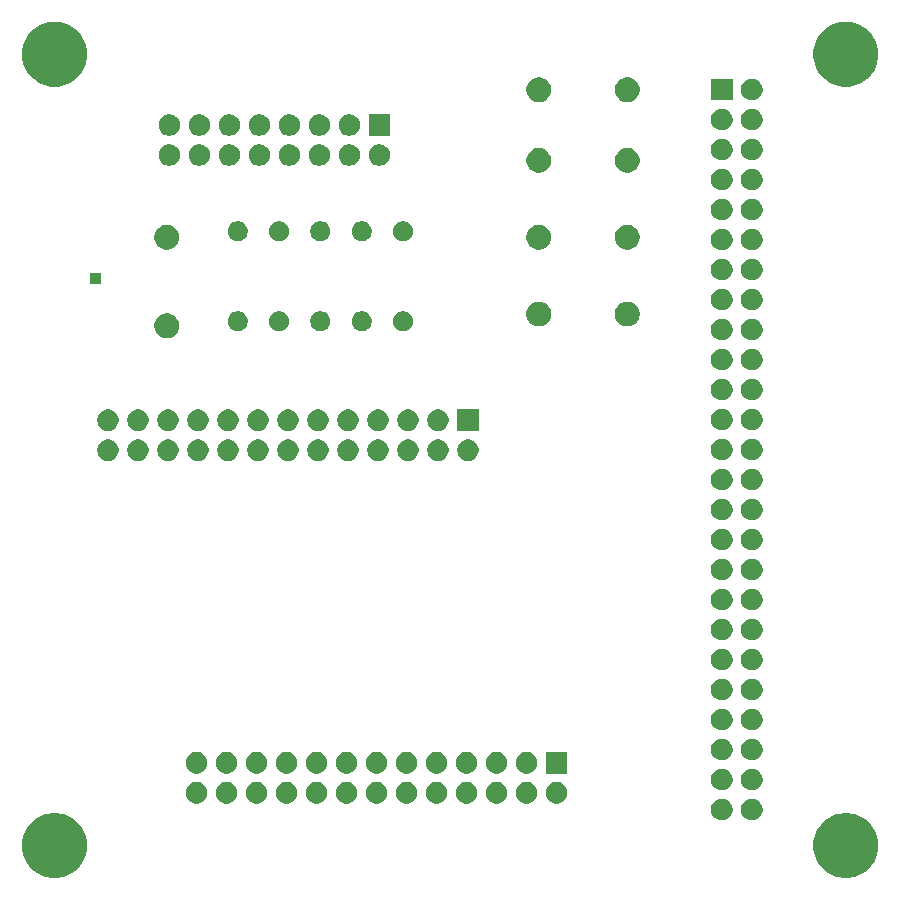
<source format=gbr>
G04 #@! TF.GenerationSoftware,KiCad,Pcbnew,(5.1.5-0-10_14)*
G04 #@! TF.CreationDate,2020-04-30T20:24:14+02:00*
G04 #@! TF.ProjectId,GORBA_LAWO_Adapter,474f5242-415f-44c4-9157-4f5f41646170,rev?*
G04 #@! TF.SameCoordinates,Original*
G04 #@! TF.FileFunction,Soldermask,Bot*
G04 #@! TF.FilePolarity,Negative*
%FSLAX46Y46*%
G04 Gerber Fmt 4.6, Leading zero omitted, Abs format (unit mm)*
G04 Created by KiCad (PCBNEW (5.1.5-0-10_14)) date 2020-04-30 20:24:14*
%MOMM*%
%LPD*%
G04 APERTURE LIST*
%ADD10C,0.100000*%
G04 APERTURE END LIST*
D10*
G36*
X101536694Y-100301860D02*
G01*
X101802437Y-100354719D01*
X102303087Y-100562095D01*
X102465200Y-100670416D01*
X102753660Y-100863158D01*
X103136842Y-101246340D01*
X103317316Y-101516439D01*
X103437905Y-101696913D01*
X103645281Y-102197563D01*
X103751000Y-102729050D01*
X103751000Y-103270950D01*
X103645281Y-103802437D01*
X103437905Y-104303087D01*
X103317316Y-104483561D01*
X103136842Y-104753660D01*
X102753660Y-105136842D01*
X102483561Y-105317316D01*
X102303087Y-105437905D01*
X101802437Y-105645281D01*
X101536694Y-105698140D01*
X101270951Y-105751000D01*
X100729049Y-105751000D01*
X100463306Y-105698140D01*
X100197563Y-105645281D01*
X99696913Y-105437905D01*
X99516439Y-105317316D01*
X99246340Y-105136842D01*
X98863158Y-104753660D01*
X98682684Y-104483561D01*
X98562095Y-104303087D01*
X98354719Y-103802437D01*
X98249000Y-103270950D01*
X98249000Y-102729050D01*
X98354719Y-102197563D01*
X98562095Y-101696913D01*
X98682684Y-101516439D01*
X98863158Y-101246340D01*
X99246340Y-100863158D01*
X99534800Y-100670416D01*
X99696913Y-100562095D01*
X100197563Y-100354719D01*
X100463306Y-100301860D01*
X100729049Y-100249000D01*
X101270951Y-100249000D01*
X101536694Y-100301860D01*
G37*
G36*
X34536694Y-100301860D02*
G01*
X34802437Y-100354719D01*
X35303087Y-100562095D01*
X35465200Y-100670416D01*
X35753660Y-100863158D01*
X36136842Y-101246340D01*
X36317316Y-101516439D01*
X36437905Y-101696913D01*
X36645281Y-102197563D01*
X36751000Y-102729050D01*
X36751000Y-103270950D01*
X36645281Y-103802437D01*
X36437905Y-104303087D01*
X36317316Y-104483561D01*
X36136842Y-104753660D01*
X35753660Y-105136842D01*
X35483561Y-105317316D01*
X35303087Y-105437905D01*
X34802437Y-105645281D01*
X34536694Y-105698140D01*
X34270951Y-105751000D01*
X33729049Y-105751000D01*
X33463306Y-105698140D01*
X33197563Y-105645281D01*
X32696913Y-105437905D01*
X32516439Y-105317316D01*
X32246340Y-105136842D01*
X31863158Y-104753660D01*
X31682684Y-104483561D01*
X31562095Y-104303087D01*
X31354719Y-103802437D01*
X31249000Y-103270950D01*
X31249000Y-102729050D01*
X31354719Y-102197563D01*
X31562095Y-101696913D01*
X31682684Y-101516439D01*
X31863158Y-101246340D01*
X32246340Y-100863158D01*
X32534800Y-100670416D01*
X32696913Y-100562095D01*
X33197563Y-100354719D01*
X33463306Y-100301860D01*
X33729049Y-100249000D01*
X34270951Y-100249000D01*
X34536694Y-100301860D01*
G37*
G36*
X93306778Y-99080547D02*
G01*
X93473224Y-99149491D01*
X93623022Y-99249583D01*
X93750417Y-99376978D01*
X93850509Y-99526776D01*
X93919453Y-99693222D01*
X93954600Y-99869918D01*
X93954600Y-100050082D01*
X93919453Y-100226778D01*
X93850509Y-100393224D01*
X93750417Y-100543022D01*
X93623022Y-100670417D01*
X93473224Y-100770509D01*
X93306778Y-100839453D01*
X93130082Y-100874600D01*
X92949918Y-100874600D01*
X92773222Y-100839453D01*
X92606776Y-100770509D01*
X92456978Y-100670417D01*
X92329583Y-100543022D01*
X92229491Y-100393224D01*
X92160547Y-100226778D01*
X92125400Y-100050082D01*
X92125400Y-99869918D01*
X92160547Y-99693222D01*
X92229491Y-99526776D01*
X92329583Y-99376978D01*
X92456978Y-99249583D01*
X92606776Y-99149491D01*
X92773222Y-99080547D01*
X92949918Y-99045400D01*
X93130082Y-99045400D01*
X93306778Y-99080547D01*
G37*
G36*
X90766778Y-99080547D02*
G01*
X90933224Y-99149491D01*
X91083022Y-99249583D01*
X91210417Y-99376978D01*
X91310509Y-99526776D01*
X91379453Y-99693222D01*
X91414600Y-99869918D01*
X91414600Y-100050082D01*
X91379453Y-100226778D01*
X91310509Y-100393224D01*
X91210417Y-100543022D01*
X91083022Y-100670417D01*
X90933224Y-100770509D01*
X90766778Y-100839453D01*
X90590082Y-100874600D01*
X90409918Y-100874600D01*
X90233222Y-100839453D01*
X90066776Y-100770509D01*
X89916978Y-100670417D01*
X89789583Y-100543022D01*
X89689491Y-100393224D01*
X89620547Y-100226778D01*
X89585400Y-100050082D01*
X89585400Y-99869918D01*
X89620547Y-99693222D01*
X89689491Y-99526776D01*
X89789583Y-99376978D01*
X89916978Y-99249583D01*
X90066776Y-99149491D01*
X90233222Y-99080547D01*
X90409918Y-99045400D01*
X90590082Y-99045400D01*
X90766778Y-99080547D01*
G37*
G36*
X66606778Y-97660547D02*
G01*
X66773224Y-97729491D01*
X66923022Y-97829583D01*
X67050417Y-97956978D01*
X67150509Y-98106776D01*
X67219453Y-98273222D01*
X67254600Y-98449918D01*
X67254600Y-98630082D01*
X67219453Y-98806778D01*
X67150509Y-98973224D01*
X67050417Y-99123022D01*
X66923022Y-99250417D01*
X66773224Y-99350509D01*
X66606778Y-99419453D01*
X66430082Y-99454600D01*
X66249918Y-99454600D01*
X66073222Y-99419453D01*
X65906776Y-99350509D01*
X65756978Y-99250417D01*
X65629583Y-99123022D01*
X65529491Y-98973224D01*
X65460547Y-98806778D01*
X65425400Y-98630082D01*
X65425400Y-98449918D01*
X65460547Y-98273222D01*
X65529491Y-98106776D01*
X65629583Y-97956978D01*
X65756978Y-97829583D01*
X65906776Y-97729491D01*
X66073222Y-97660547D01*
X66249918Y-97625400D01*
X66430082Y-97625400D01*
X66606778Y-97660547D01*
G37*
G36*
X64066778Y-97660547D02*
G01*
X64233224Y-97729491D01*
X64383022Y-97829583D01*
X64510417Y-97956978D01*
X64610509Y-98106776D01*
X64679453Y-98273222D01*
X64714600Y-98449918D01*
X64714600Y-98630082D01*
X64679453Y-98806778D01*
X64610509Y-98973224D01*
X64510417Y-99123022D01*
X64383022Y-99250417D01*
X64233224Y-99350509D01*
X64066778Y-99419453D01*
X63890082Y-99454600D01*
X63709918Y-99454600D01*
X63533222Y-99419453D01*
X63366776Y-99350509D01*
X63216978Y-99250417D01*
X63089583Y-99123022D01*
X62989491Y-98973224D01*
X62920547Y-98806778D01*
X62885400Y-98630082D01*
X62885400Y-98449918D01*
X62920547Y-98273222D01*
X62989491Y-98106776D01*
X63089583Y-97956978D01*
X63216978Y-97829583D01*
X63366776Y-97729491D01*
X63533222Y-97660547D01*
X63709918Y-97625400D01*
X63890082Y-97625400D01*
X64066778Y-97660547D01*
G37*
G36*
X61526778Y-97660547D02*
G01*
X61693224Y-97729491D01*
X61843022Y-97829583D01*
X61970417Y-97956978D01*
X62070509Y-98106776D01*
X62139453Y-98273222D01*
X62174600Y-98449918D01*
X62174600Y-98630082D01*
X62139453Y-98806778D01*
X62070509Y-98973224D01*
X61970417Y-99123022D01*
X61843022Y-99250417D01*
X61693224Y-99350509D01*
X61526778Y-99419453D01*
X61350082Y-99454600D01*
X61169918Y-99454600D01*
X60993222Y-99419453D01*
X60826776Y-99350509D01*
X60676978Y-99250417D01*
X60549583Y-99123022D01*
X60449491Y-98973224D01*
X60380547Y-98806778D01*
X60345400Y-98630082D01*
X60345400Y-98449918D01*
X60380547Y-98273222D01*
X60449491Y-98106776D01*
X60549583Y-97956978D01*
X60676978Y-97829583D01*
X60826776Y-97729491D01*
X60993222Y-97660547D01*
X61169918Y-97625400D01*
X61350082Y-97625400D01*
X61526778Y-97660547D01*
G37*
G36*
X58986778Y-97660547D02*
G01*
X59153224Y-97729491D01*
X59303022Y-97829583D01*
X59430417Y-97956978D01*
X59530509Y-98106776D01*
X59599453Y-98273222D01*
X59634600Y-98449918D01*
X59634600Y-98630082D01*
X59599453Y-98806778D01*
X59530509Y-98973224D01*
X59430417Y-99123022D01*
X59303022Y-99250417D01*
X59153224Y-99350509D01*
X58986778Y-99419453D01*
X58810082Y-99454600D01*
X58629918Y-99454600D01*
X58453222Y-99419453D01*
X58286776Y-99350509D01*
X58136978Y-99250417D01*
X58009583Y-99123022D01*
X57909491Y-98973224D01*
X57840547Y-98806778D01*
X57805400Y-98630082D01*
X57805400Y-98449918D01*
X57840547Y-98273222D01*
X57909491Y-98106776D01*
X58009583Y-97956978D01*
X58136978Y-97829583D01*
X58286776Y-97729491D01*
X58453222Y-97660547D01*
X58629918Y-97625400D01*
X58810082Y-97625400D01*
X58986778Y-97660547D01*
G37*
G36*
X56446778Y-97660547D02*
G01*
X56613224Y-97729491D01*
X56763022Y-97829583D01*
X56890417Y-97956978D01*
X56990509Y-98106776D01*
X57059453Y-98273222D01*
X57094600Y-98449918D01*
X57094600Y-98630082D01*
X57059453Y-98806778D01*
X56990509Y-98973224D01*
X56890417Y-99123022D01*
X56763022Y-99250417D01*
X56613224Y-99350509D01*
X56446778Y-99419453D01*
X56270082Y-99454600D01*
X56089918Y-99454600D01*
X55913222Y-99419453D01*
X55746776Y-99350509D01*
X55596978Y-99250417D01*
X55469583Y-99123022D01*
X55369491Y-98973224D01*
X55300547Y-98806778D01*
X55265400Y-98630082D01*
X55265400Y-98449918D01*
X55300547Y-98273222D01*
X55369491Y-98106776D01*
X55469583Y-97956978D01*
X55596978Y-97829583D01*
X55746776Y-97729491D01*
X55913222Y-97660547D01*
X56089918Y-97625400D01*
X56270082Y-97625400D01*
X56446778Y-97660547D01*
G37*
G36*
X53906778Y-97660547D02*
G01*
X54073224Y-97729491D01*
X54223022Y-97829583D01*
X54350417Y-97956978D01*
X54450509Y-98106776D01*
X54519453Y-98273222D01*
X54554600Y-98449918D01*
X54554600Y-98630082D01*
X54519453Y-98806778D01*
X54450509Y-98973224D01*
X54350417Y-99123022D01*
X54223022Y-99250417D01*
X54073224Y-99350509D01*
X53906778Y-99419453D01*
X53730082Y-99454600D01*
X53549918Y-99454600D01*
X53373222Y-99419453D01*
X53206776Y-99350509D01*
X53056978Y-99250417D01*
X52929583Y-99123022D01*
X52829491Y-98973224D01*
X52760547Y-98806778D01*
X52725400Y-98630082D01*
X52725400Y-98449918D01*
X52760547Y-98273222D01*
X52829491Y-98106776D01*
X52929583Y-97956978D01*
X53056978Y-97829583D01*
X53206776Y-97729491D01*
X53373222Y-97660547D01*
X53549918Y-97625400D01*
X53730082Y-97625400D01*
X53906778Y-97660547D01*
G37*
G36*
X51366778Y-97660547D02*
G01*
X51533224Y-97729491D01*
X51683022Y-97829583D01*
X51810417Y-97956978D01*
X51910509Y-98106776D01*
X51979453Y-98273222D01*
X52014600Y-98449918D01*
X52014600Y-98630082D01*
X51979453Y-98806778D01*
X51910509Y-98973224D01*
X51810417Y-99123022D01*
X51683022Y-99250417D01*
X51533224Y-99350509D01*
X51366778Y-99419453D01*
X51190082Y-99454600D01*
X51009918Y-99454600D01*
X50833222Y-99419453D01*
X50666776Y-99350509D01*
X50516978Y-99250417D01*
X50389583Y-99123022D01*
X50289491Y-98973224D01*
X50220547Y-98806778D01*
X50185400Y-98630082D01*
X50185400Y-98449918D01*
X50220547Y-98273222D01*
X50289491Y-98106776D01*
X50389583Y-97956978D01*
X50516978Y-97829583D01*
X50666776Y-97729491D01*
X50833222Y-97660547D01*
X51009918Y-97625400D01*
X51190082Y-97625400D01*
X51366778Y-97660547D01*
G37*
G36*
X48826778Y-97660547D02*
G01*
X48993224Y-97729491D01*
X49143022Y-97829583D01*
X49270417Y-97956978D01*
X49370509Y-98106776D01*
X49439453Y-98273222D01*
X49474600Y-98449918D01*
X49474600Y-98630082D01*
X49439453Y-98806778D01*
X49370509Y-98973224D01*
X49270417Y-99123022D01*
X49143022Y-99250417D01*
X48993224Y-99350509D01*
X48826778Y-99419453D01*
X48650082Y-99454600D01*
X48469918Y-99454600D01*
X48293222Y-99419453D01*
X48126776Y-99350509D01*
X47976978Y-99250417D01*
X47849583Y-99123022D01*
X47749491Y-98973224D01*
X47680547Y-98806778D01*
X47645400Y-98630082D01*
X47645400Y-98449918D01*
X47680547Y-98273222D01*
X47749491Y-98106776D01*
X47849583Y-97956978D01*
X47976978Y-97829583D01*
X48126776Y-97729491D01*
X48293222Y-97660547D01*
X48469918Y-97625400D01*
X48650082Y-97625400D01*
X48826778Y-97660547D01*
G37*
G36*
X46286778Y-97660547D02*
G01*
X46453224Y-97729491D01*
X46603022Y-97829583D01*
X46730417Y-97956978D01*
X46830509Y-98106776D01*
X46899453Y-98273222D01*
X46934600Y-98449918D01*
X46934600Y-98630082D01*
X46899453Y-98806778D01*
X46830509Y-98973224D01*
X46730417Y-99123022D01*
X46603022Y-99250417D01*
X46453224Y-99350509D01*
X46286778Y-99419453D01*
X46110082Y-99454600D01*
X45929918Y-99454600D01*
X45753222Y-99419453D01*
X45586776Y-99350509D01*
X45436978Y-99250417D01*
X45309583Y-99123022D01*
X45209491Y-98973224D01*
X45140547Y-98806778D01*
X45105400Y-98630082D01*
X45105400Y-98449918D01*
X45140547Y-98273222D01*
X45209491Y-98106776D01*
X45309583Y-97956978D01*
X45436978Y-97829583D01*
X45586776Y-97729491D01*
X45753222Y-97660547D01*
X45929918Y-97625400D01*
X46110082Y-97625400D01*
X46286778Y-97660547D01*
G37*
G36*
X69146778Y-97660547D02*
G01*
X69313224Y-97729491D01*
X69463022Y-97829583D01*
X69590417Y-97956978D01*
X69690509Y-98106776D01*
X69759453Y-98273222D01*
X69794600Y-98449918D01*
X69794600Y-98630082D01*
X69759453Y-98806778D01*
X69690509Y-98973224D01*
X69590417Y-99123022D01*
X69463022Y-99250417D01*
X69313224Y-99350509D01*
X69146778Y-99419453D01*
X68970082Y-99454600D01*
X68789918Y-99454600D01*
X68613222Y-99419453D01*
X68446776Y-99350509D01*
X68296978Y-99250417D01*
X68169583Y-99123022D01*
X68069491Y-98973224D01*
X68000547Y-98806778D01*
X67965400Y-98630082D01*
X67965400Y-98449918D01*
X68000547Y-98273222D01*
X68069491Y-98106776D01*
X68169583Y-97956978D01*
X68296978Y-97829583D01*
X68446776Y-97729491D01*
X68613222Y-97660547D01*
X68789918Y-97625400D01*
X68970082Y-97625400D01*
X69146778Y-97660547D01*
G37*
G36*
X76766778Y-97660547D02*
G01*
X76933224Y-97729491D01*
X77083022Y-97829583D01*
X77210417Y-97956978D01*
X77310509Y-98106776D01*
X77379453Y-98273222D01*
X77414600Y-98449918D01*
X77414600Y-98630082D01*
X77379453Y-98806778D01*
X77310509Y-98973224D01*
X77210417Y-99123022D01*
X77083022Y-99250417D01*
X76933224Y-99350509D01*
X76766778Y-99419453D01*
X76590082Y-99454600D01*
X76409918Y-99454600D01*
X76233222Y-99419453D01*
X76066776Y-99350509D01*
X75916978Y-99250417D01*
X75789583Y-99123022D01*
X75689491Y-98973224D01*
X75620547Y-98806778D01*
X75585400Y-98630082D01*
X75585400Y-98449918D01*
X75620547Y-98273222D01*
X75689491Y-98106776D01*
X75789583Y-97956978D01*
X75916978Y-97829583D01*
X76066776Y-97729491D01*
X76233222Y-97660547D01*
X76409918Y-97625400D01*
X76590082Y-97625400D01*
X76766778Y-97660547D01*
G37*
G36*
X74226778Y-97660547D02*
G01*
X74393224Y-97729491D01*
X74543022Y-97829583D01*
X74670417Y-97956978D01*
X74770509Y-98106776D01*
X74839453Y-98273222D01*
X74874600Y-98449918D01*
X74874600Y-98630082D01*
X74839453Y-98806778D01*
X74770509Y-98973224D01*
X74670417Y-99123022D01*
X74543022Y-99250417D01*
X74393224Y-99350509D01*
X74226778Y-99419453D01*
X74050082Y-99454600D01*
X73869918Y-99454600D01*
X73693222Y-99419453D01*
X73526776Y-99350509D01*
X73376978Y-99250417D01*
X73249583Y-99123022D01*
X73149491Y-98973224D01*
X73080547Y-98806778D01*
X73045400Y-98630082D01*
X73045400Y-98449918D01*
X73080547Y-98273222D01*
X73149491Y-98106776D01*
X73249583Y-97956978D01*
X73376978Y-97829583D01*
X73526776Y-97729491D01*
X73693222Y-97660547D01*
X73869918Y-97625400D01*
X74050082Y-97625400D01*
X74226778Y-97660547D01*
G37*
G36*
X71686778Y-97660547D02*
G01*
X71853224Y-97729491D01*
X72003022Y-97829583D01*
X72130417Y-97956978D01*
X72230509Y-98106776D01*
X72299453Y-98273222D01*
X72334600Y-98449918D01*
X72334600Y-98630082D01*
X72299453Y-98806778D01*
X72230509Y-98973224D01*
X72130417Y-99123022D01*
X72003022Y-99250417D01*
X71853224Y-99350509D01*
X71686778Y-99419453D01*
X71510082Y-99454600D01*
X71329918Y-99454600D01*
X71153222Y-99419453D01*
X70986776Y-99350509D01*
X70836978Y-99250417D01*
X70709583Y-99123022D01*
X70609491Y-98973224D01*
X70540547Y-98806778D01*
X70505400Y-98630082D01*
X70505400Y-98449918D01*
X70540547Y-98273222D01*
X70609491Y-98106776D01*
X70709583Y-97956978D01*
X70836978Y-97829583D01*
X70986776Y-97729491D01*
X71153222Y-97660547D01*
X71329918Y-97625400D01*
X71510082Y-97625400D01*
X71686778Y-97660547D01*
G37*
G36*
X90766778Y-96540547D02*
G01*
X90933224Y-96609491D01*
X91083022Y-96709583D01*
X91210417Y-96836978D01*
X91310509Y-96986776D01*
X91379453Y-97153222D01*
X91414600Y-97329918D01*
X91414600Y-97510082D01*
X91379453Y-97686778D01*
X91310509Y-97853224D01*
X91210417Y-98003022D01*
X91083022Y-98130417D01*
X90933224Y-98230509D01*
X90766778Y-98299453D01*
X90590082Y-98334600D01*
X90409918Y-98334600D01*
X90233222Y-98299453D01*
X90066776Y-98230509D01*
X89916978Y-98130417D01*
X89789583Y-98003022D01*
X89689491Y-97853224D01*
X89620547Y-97686778D01*
X89585400Y-97510082D01*
X89585400Y-97329918D01*
X89620547Y-97153222D01*
X89689491Y-96986776D01*
X89789583Y-96836978D01*
X89916978Y-96709583D01*
X90066776Y-96609491D01*
X90233222Y-96540547D01*
X90409918Y-96505400D01*
X90590082Y-96505400D01*
X90766778Y-96540547D01*
G37*
G36*
X93306778Y-96540547D02*
G01*
X93473224Y-96609491D01*
X93623022Y-96709583D01*
X93750417Y-96836978D01*
X93850509Y-96986776D01*
X93919453Y-97153222D01*
X93954600Y-97329918D01*
X93954600Y-97510082D01*
X93919453Y-97686778D01*
X93850509Y-97853224D01*
X93750417Y-98003022D01*
X93623022Y-98130417D01*
X93473224Y-98230509D01*
X93306778Y-98299453D01*
X93130082Y-98334600D01*
X92949918Y-98334600D01*
X92773222Y-98299453D01*
X92606776Y-98230509D01*
X92456978Y-98130417D01*
X92329583Y-98003022D01*
X92229491Y-97853224D01*
X92160547Y-97686778D01*
X92125400Y-97510082D01*
X92125400Y-97329918D01*
X92160547Y-97153222D01*
X92229491Y-96986776D01*
X92329583Y-96836978D01*
X92456978Y-96709583D01*
X92606776Y-96609491D01*
X92773222Y-96540547D01*
X92949918Y-96505400D01*
X93130082Y-96505400D01*
X93306778Y-96540547D01*
G37*
G36*
X61526778Y-95120547D02*
G01*
X61693224Y-95189491D01*
X61843022Y-95289583D01*
X61970417Y-95416978D01*
X62070509Y-95566776D01*
X62139453Y-95733222D01*
X62174600Y-95909918D01*
X62174600Y-96090082D01*
X62139453Y-96266778D01*
X62070509Y-96433224D01*
X61970417Y-96583022D01*
X61843022Y-96710417D01*
X61693224Y-96810509D01*
X61526778Y-96879453D01*
X61350082Y-96914600D01*
X61169918Y-96914600D01*
X60993222Y-96879453D01*
X60826776Y-96810509D01*
X60676978Y-96710417D01*
X60549583Y-96583022D01*
X60449491Y-96433224D01*
X60380547Y-96266778D01*
X60345400Y-96090082D01*
X60345400Y-95909918D01*
X60380547Y-95733222D01*
X60449491Y-95566776D01*
X60549583Y-95416978D01*
X60676978Y-95289583D01*
X60826776Y-95189491D01*
X60993222Y-95120547D01*
X61169918Y-95085400D01*
X61350082Y-95085400D01*
X61526778Y-95120547D01*
G37*
G36*
X56446778Y-95120547D02*
G01*
X56613224Y-95189491D01*
X56763022Y-95289583D01*
X56890417Y-95416978D01*
X56990509Y-95566776D01*
X57059453Y-95733222D01*
X57094600Y-95909918D01*
X57094600Y-96090082D01*
X57059453Y-96266778D01*
X56990509Y-96433224D01*
X56890417Y-96583022D01*
X56763022Y-96710417D01*
X56613224Y-96810509D01*
X56446778Y-96879453D01*
X56270082Y-96914600D01*
X56089918Y-96914600D01*
X55913222Y-96879453D01*
X55746776Y-96810509D01*
X55596978Y-96710417D01*
X55469583Y-96583022D01*
X55369491Y-96433224D01*
X55300547Y-96266778D01*
X55265400Y-96090082D01*
X55265400Y-95909918D01*
X55300547Y-95733222D01*
X55369491Y-95566776D01*
X55469583Y-95416978D01*
X55596978Y-95289583D01*
X55746776Y-95189491D01*
X55913222Y-95120547D01*
X56089918Y-95085400D01*
X56270082Y-95085400D01*
X56446778Y-95120547D01*
G37*
G36*
X77414600Y-96914600D02*
G01*
X75585400Y-96914600D01*
X75585400Y-95085400D01*
X77414600Y-95085400D01*
X77414600Y-96914600D01*
G37*
G36*
X74226778Y-95120547D02*
G01*
X74393224Y-95189491D01*
X74543022Y-95289583D01*
X74670417Y-95416978D01*
X74770509Y-95566776D01*
X74839453Y-95733222D01*
X74874600Y-95909918D01*
X74874600Y-96090082D01*
X74839453Y-96266778D01*
X74770509Y-96433224D01*
X74670417Y-96583022D01*
X74543022Y-96710417D01*
X74393224Y-96810509D01*
X74226778Y-96879453D01*
X74050082Y-96914600D01*
X73869918Y-96914600D01*
X73693222Y-96879453D01*
X73526776Y-96810509D01*
X73376978Y-96710417D01*
X73249583Y-96583022D01*
X73149491Y-96433224D01*
X73080547Y-96266778D01*
X73045400Y-96090082D01*
X73045400Y-95909918D01*
X73080547Y-95733222D01*
X73149491Y-95566776D01*
X73249583Y-95416978D01*
X73376978Y-95289583D01*
X73526776Y-95189491D01*
X73693222Y-95120547D01*
X73869918Y-95085400D01*
X74050082Y-95085400D01*
X74226778Y-95120547D01*
G37*
G36*
X71686778Y-95120547D02*
G01*
X71853224Y-95189491D01*
X72003022Y-95289583D01*
X72130417Y-95416978D01*
X72230509Y-95566776D01*
X72299453Y-95733222D01*
X72334600Y-95909918D01*
X72334600Y-96090082D01*
X72299453Y-96266778D01*
X72230509Y-96433224D01*
X72130417Y-96583022D01*
X72003022Y-96710417D01*
X71853224Y-96810509D01*
X71686778Y-96879453D01*
X71510082Y-96914600D01*
X71329918Y-96914600D01*
X71153222Y-96879453D01*
X70986776Y-96810509D01*
X70836978Y-96710417D01*
X70709583Y-96583022D01*
X70609491Y-96433224D01*
X70540547Y-96266778D01*
X70505400Y-96090082D01*
X70505400Y-95909918D01*
X70540547Y-95733222D01*
X70609491Y-95566776D01*
X70709583Y-95416978D01*
X70836978Y-95289583D01*
X70986776Y-95189491D01*
X71153222Y-95120547D01*
X71329918Y-95085400D01*
X71510082Y-95085400D01*
X71686778Y-95120547D01*
G37*
G36*
X46286778Y-95120547D02*
G01*
X46453224Y-95189491D01*
X46603022Y-95289583D01*
X46730417Y-95416978D01*
X46830509Y-95566776D01*
X46899453Y-95733222D01*
X46934600Y-95909918D01*
X46934600Y-96090082D01*
X46899453Y-96266778D01*
X46830509Y-96433224D01*
X46730417Y-96583022D01*
X46603022Y-96710417D01*
X46453224Y-96810509D01*
X46286778Y-96879453D01*
X46110082Y-96914600D01*
X45929918Y-96914600D01*
X45753222Y-96879453D01*
X45586776Y-96810509D01*
X45436978Y-96710417D01*
X45309583Y-96583022D01*
X45209491Y-96433224D01*
X45140547Y-96266778D01*
X45105400Y-96090082D01*
X45105400Y-95909918D01*
X45140547Y-95733222D01*
X45209491Y-95566776D01*
X45309583Y-95416978D01*
X45436978Y-95289583D01*
X45586776Y-95189491D01*
X45753222Y-95120547D01*
X45929918Y-95085400D01*
X46110082Y-95085400D01*
X46286778Y-95120547D01*
G37*
G36*
X69146778Y-95120547D02*
G01*
X69313224Y-95189491D01*
X69463022Y-95289583D01*
X69590417Y-95416978D01*
X69690509Y-95566776D01*
X69759453Y-95733222D01*
X69794600Y-95909918D01*
X69794600Y-96090082D01*
X69759453Y-96266778D01*
X69690509Y-96433224D01*
X69590417Y-96583022D01*
X69463022Y-96710417D01*
X69313224Y-96810509D01*
X69146778Y-96879453D01*
X68970082Y-96914600D01*
X68789918Y-96914600D01*
X68613222Y-96879453D01*
X68446776Y-96810509D01*
X68296978Y-96710417D01*
X68169583Y-96583022D01*
X68069491Y-96433224D01*
X68000547Y-96266778D01*
X67965400Y-96090082D01*
X67965400Y-95909918D01*
X68000547Y-95733222D01*
X68069491Y-95566776D01*
X68169583Y-95416978D01*
X68296978Y-95289583D01*
X68446776Y-95189491D01*
X68613222Y-95120547D01*
X68789918Y-95085400D01*
X68970082Y-95085400D01*
X69146778Y-95120547D01*
G37*
G36*
X48826778Y-95120547D02*
G01*
X48993224Y-95189491D01*
X49143022Y-95289583D01*
X49270417Y-95416978D01*
X49370509Y-95566776D01*
X49439453Y-95733222D01*
X49474600Y-95909918D01*
X49474600Y-96090082D01*
X49439453Y-96266778D01*
X49370509Y-96433224D01*
X49270417Y-96583022D01*
X49143022Y-96710417D01*
X48993224Y-96810509D01*
X48826778Y-96879453D01*
X48650082Y-96914600D01*
X48469918Y-96914600D01*
X48293222Y-96879453D01*
X48126776Y-96810509D01*
X47976978Y-96710417D01*
X47849583Y-96583022D01*
X47749491Y-96433224D01*
X47680547Y-96266778D01*
X47645400Y-96090082D01*
X47645400Y-95909918D01*
X47680547Y-95733222D01*
X47749491Y-95566776D01*
X47849583Y-95416978D01*
X47976978Y-95289583D01*
X48126776Y-95189491D01*
X48293222Y-95120547D01*
X48469918Y-95085400D01*
X48650082Y-95085400D01*
X48826778Y-95120547D01*
G37*
G36*
X66606778Y-95120547D02*
G01*
X66773224Y-95189491D01*
X66923022Y-95289583D01*
X67050417Y-95416978D01*
X67150509Y-95566776D01*
X67219453Y-95733222D01*
X67254600Y-95909918D01*
X67254600Y-96090082D01*
X67219453Y-96266778D01*
X67150509Y-96433224D01*
X67050417Y-96583022D01*
X66923022Y-96710417D01*
X66773224Y-96810509D01*
X66606778Y-96879453D01*
X66430082Y-96914600D01*
X66249918Y-96914600D01*
X66073222Y-96879453D01*
X65906776Y-96810509D01*
X65756978Y-96710417D01*
X65629583Y-96583022D01*
X65529491Y-96433224D01*
X65460547Y-96266778D01*
X65425400Y-96090082D01*
X65425400Y-95909918D01*
X65460547Y-95733222D01*
X65529491Y-95566776D01*
X65629583Y-95416978D01*
X65756978Y-95289583D01*
X65906776Y-95189491D01*
X66073222Y-95120547D01*
X66249918Y-95085400D01*
X66430082Y-95085400D01*
X66606778Y-95120547D01*
G37*
G36*
X51366778Y-95120547D02*
G01*
X51533224Y-95189491D01*
X51683022Y-95289583D01*
X51810417Y-95416978D01*
X51910509Y-95566776D01*
X51979453Y-95733222D01*
X52014600Y-95909918D01*
X52014600Y-96090082D01*
X51979453Y-96266778D01*
X51910509Y-96433224D01*
X51810417Y-96583022D01*
X51683022Y-96710417D01*
X51533224Y-96810509D01*
X51366778Y-96879453D01*
X51190082Y-96914600D01*
X51009918Y-96914600D01*
X50833222Y-96879453D01*
X50666776Y-96810509D01*
X50516978Y-96710417D01*
X50389583Y-96583022D01*
X50289491Y-96433224D01*
X50220547Y-96266778D01*
X50185400Y-96090082D01*
X50185400Y-95909918D01*
X50220547Y-95733222D01*
X50289491Y-95566776D01*
X50389583Y-95416978D01*
X50516978Y-95289583D01*
X50666776Y-95189491D01*
X50833222Y-95120547D01*
X51009918Y-95085400D01*
X51190082Y-95085400D01*
X51366778Y-95120547D01*
G37*
G36*
X64066778Y-95120547D02*
G01*
X64233224Y-95189491D01*
X64383022Y-95289583D01*
X64510417Y-95416978D01*
X64610509Y-95566776D01*
X64679453Y-95733222D01*
X64714600Y-95909918D01*
X64714600Y-96090082D01*
X64679453Y-96266778D01*
X64610509Y-96433224D01*
X64510417Y-96583022D01*
X64383022Y-96710417D01*
X64233224Y-96810509D01*
X64066778Y-96879453D01*
X63890082Y-96914600D01*
X63709918Y-96914600D01*
X63533222Y-96879453D01*
X63366776Y-96810509D01*
X63216978Y-96710417D01*
X63089583Y-96583022D01*
X62989491Y-96433224D01*
X62920547Y-96266778D01*
X62885400Y-96090082D01*
X62885400Y-95909918D01*
X62920547Y-95733222D01*
X62989491Y-95566776D01*
X63089583Y-95416978D01*
X63216978Y-95289583D01*
X63366776Y-95189491D01*
X63533222Y-95120547D01*
X63709918Y-95085400D01*
X63890082Y-95085400D01*
X64066778Y-95120547D01*
G37*
G36*
X53906778Y-95120547D02*
G01*
X54073224Y-95189491D01*
X54223022Y-95289583D01*
X54350417Y-95416978D01*
X54450509Y-95566776D01*
X54519453Y-95733222D01*
X54554600Y-95909918D01*
X54554600Y-96090082D01*
X54519453Y-96266778D01*
X54450509Y-96433224D01*
X54350417Y-96583022D01*
X54223022Y-96710417D01*
X54073224Y-96810509D01*
X53906778Y-96879453D01*
X53730082Y-96914600D01*
X53549918Y-96914600D01*
X53373222Y-96879453D01*
X53206776Y-96810509D01*
X53056978Y-96710417D01*
X52929583Y-96583022D01*
X52829491Y-96433224D01*
X52760547Y-96266778D01*
X52725400Y-96090082D01*
X52725400Y-95909918D01*
X52760547Y-95733222D01*
X52829491Y-95566776D01*
X52929583Y-95416978D01*
X53056978Y-95289583D01*
X53206776Y-95189491D01*
X53373222Y-95120547D01*
X53549918Y-95085400D01*
X53730082Y-95085400D01*
X53906778Y-95120547D01*
G37*
G36*
X58986778Y-95120547D02*
G01*
X59153224Y-95189491D01*
X59303022Y-95289583D01*
X59430417Y-95416978D01*
X59530509Y-95566776D01*
X59599453Y-95733222D01*
X59634600Y-95909918D01*
X59634600Y-96090082D01*
X59599453Y-96266778D01*
X59530509Y-96433224D01*
X59430417Y-96583022D01*
X59303022Y-96710417D01*
X59153224Y-96810509D01*
X58986778Y-96879453D01*
X58810082Y-96914600D01*
X58629918Y-96914600D01*
X58453222Y-96879453D01*
X58286776Y-96810509D01*
X58136978Y-96710417D01*
X58009583Y-96583022D01*
X57909491Y-96433224D01*
X57840547Y-96266778D01*
X57805400Y-96090082D01*
X57805400Y-95909918D01*
X57840547Y-95733222D01*
X57909491Y-95566776D01*
X58009583Y-95416978D01*
X58136978Y-95289583D01*
X58286776Y-95189491D01*
X58453222Y-95120547D01*
X58629918Y-95085400D01*
X58810082Y-95085400D01*
X58986778Y-95120547D01*
G37*
G36*
X90766778Y-94000547D02*
G01*
X90933224Y-94069491D01*
X91083022Y-94169583D01*
X91210417Y-94296978D01*
X91310509Y-94446776D01*
X91379453Y-94613222D01*
X91414600Y-94789918D01*
X91414600Y-94970082D01*
X91379453Y-95146778D01*
X91310509Y-95313224D01*
X91210417Y-95463022D01*
X91083022Y-95590417D01*
X90933224Y-95690509D01*
X90766778Y-95759453D01*
X90590082Y-95794600D01*
X90409918Y-95794600D01*
X90233222Y-95759453D01*
X90066776Y-95690509D01*
X89916978Y-95590417D01*
X89789583Y-95463022D01*
X89689491Y-95313224D01*
X89620547Y-95146778D01*
X89585400Y-94970082D01*
X89585400Y-94789918D01*
X89620547Y-94613222D01*
X89689491Y-94446776D01*
X89789583Y-94296978D01*
X89916978Y-94169583D01*
X90066776Y-94069491D01*
X90233222Y-94000547D01*
X90409918Y-93965400D01*
X90590082Y-93965400D01*
X90766778Y-94000547D01*
G37*
G36*
X93306778Y-94000547D02*
G01*
X93473224Y-94069491D01*
X93623022Y-94169583D01*
X93750417Y-94296978D01*
X93850509Y-94446776D01*
X93919453Y-94613222D01*
X93954600Y-94789918D01*
X93954600Y-94970082D01*
X93919453Y-95146778D01*
X93850509Y-95313224D01*
X93750417Y-95463022D01*
X93623022Y-95590417D01*
X93473224Y-95690509D01*
X93306778Y-95759453D01*
X93130082Y-95794600D01*
X92949918Y-95794600D01*
X92773222Y-95759453D01*
X92606776Y-95690509D01*
X92456978Y-95590417D01*
X92329583Y-95463022D01*
X92229491Y-95313224D01*
X92160547Y-95146778D01*
X92125400Y-94970082D01*
X92125400Y-94789918D01*
X92160547Y-94613222D01*
X92229491Y-94446776D01*
X92329583Y-94296978D01*
X92456978Y-94169583D01*
X92606776Y-94069491D01*
X92773222Y-94000547D01*
X92949918Y-93965400D01*
X93130082Y-93965400D01*
X93306778Y-94000547D01*
G37*
G36*
X93306778Y-91460547D02*
G01*
X93473224Y-91529491D01*
X93623022Y-91629583D01*
X93750417Y-91756978D01*
X93850509Y-91906776D01*
X93919453Y-92073222D01*
X93954600Y-92249918D01*
X93954600Y-92430082D01*
X93919453Y-92606778D01*
X93850509Y-92773224D01*
X93750417Y-92923022D01*
X93623022Y-93050417D01*
X93473224Y-93150509D01*
X93306778Y-93219453D01*
X93130082Y-93254600D01*
X92949918Y-93254600D01*
X92773222Y-93219453D01*
X92606776Y-93150509D01*
X92456978Y-93050417D01*
X92329583Y-92923022D01*
X92229491Y-92773224D01*
X92160547Y-92606778D01*
X92125400Y-92430082D01*
X92125400Y-92249918D01*
X92160547Y-92073222D01*
X92229491Y-91906776D01*
X92329583Y-91756978D01*
X92456978Y-91629583D01*
X92606776Y-91529491D01*
X92773222Y-91460547D01*
X92949918Y-91425400D01*
X93130082Y-91425400D01*
X93306778Y-91460547D01*
G37*
G36*
X90766778Y-91460547D02*
G01*
X90933224Y-91529491D01*
X91083022Y-91629583D01*
X91210417Y-91756978D01*
X91310509Y-91906776D01*
X91379453Y-92073222D01*
X91414600Y-92249918D01*
X91414600Y-92430082D01*
X91379453Y-92606778D01*
X91310509Y-92773224D01*
X91210417Y-92923022D01*
X91083022Y-93050417D01*
X90933224Y-93150509D01*
X90766778Y-93219453D01*
X90590082Y-93254600D01*
X90409918Y-93254600D01*
X90233222Y-93219453D01*
X90066776Y-93150509D01*
X89916978Y-93050417D01*
X89789583Y-92923022D01*
X89689491Y-92773224D01*
X89620547Y-92606778D01*
X89585400Y-92430082D01*
X89585400Y-92249918D01*
X89620547Y-92073222D01*
X89689491Y-91906776D01*
X89789583Y-91756978D01*
X89916978Y-91629583D01*
X90066776Y-91529491D01*
X90233222Y-91460547D01*
X90409918Y-91425400D01*
X90590082Y-91425400D01*
X90766778Y-91460547D01*
G37*
G36*
X90766778Y-88920547D02*
G01*
X90933224Y-88989491D01*
X91083022Y-89089583D01*
X91210417Y-89216978D01*
X91310509Y-89366776D01*
X91379453Y-89533222D01*
X91414600Y-89709918D01*
X91414600Y-89890082D01*
X91379453Y-90066778D01*
X91310509Y-90233224D01*
X91210417Y-90383022D01*
X91083022Y-90510417D01*
X90933224Y-90610509D01*
X90766778Y-90679453D01*
X90590082Y-90714600D01*
X90409918Y-90714600D01*
X90233222Y-90679453D01*
X90066776Y-90610509D01*
X89916978Y-90510417D01*
X89789583Y-90383022D01*
X89689491Y-90233224D01*
X89620547Y-90066778D01*
X89585400Y-89890082D01*
X89585400Y-89709918D01*
X89620547Y-89533222D01*
X89689491Y-89366776D01*
X89789583Y-89216978D01*
X89916978Y-89089583D01*
X90066776Y-88989491D01*
X90233222Y-88920547D01*
X90409918Y-88885400D01*
X90590082Y-88885400D01*
X90766778Y-88920547D01*
G37*
G36*
X93306778Y-88920547D02*
G01*
X93473224Y-88989491D01*
X93623022Y-89089583D01*
X93750417Y-89216978D01*
X93850509Y-89366776D01*
X93919453Y-89533222D01*
X93954600Y-89709918D01*
X93954600Y-89890082D01*
X93919453Y-90066778D01*
X93850509Y-90233224D01*
X93750417Y-90383022D01*
X93623022Y-90510417D01*
X93473224Y-90610509D01*
X93306778Y-90679453D01*
X93130082Y-90714600D01*
X92949918Y-90714600D01*
X92773222Y-90679453D01*
X92606776Y-90610509D01*
X92456978Y-90510417D01*
X92329583Y-90383022D01*
X92229491Y-90233224D01*
X92160547Y-90066778D01*
X92125400Y-89890082D01*
X92125400Y-89709918D01*
X92160547Y-89533222D01*
X92229491Y-89366776D01*
X92329583Y-89216978D01*
X92456978Y-89089583D01*
X92606776Y-88989491D01*
X92773222Y-88920547D01*
X92949918Y-88885400D01*
X93130082Y-88885400D01*
X93306778Y-88920547D01*
G37*
G36*
X90766778Y-86380547D02*
G01*
X90933224Y-86449491D01*
X91083022Y-86549583D01*
X91210417Y-86676978D01*
X91310509Y-86826776D01*
X91379453Y-86993222D01*
X91414600Y-87169918D01*
X91414600Y-87350082D01*
X91379453Y-87526778D01*
X91310509Y-87693224D01*
X91210417Y-87843022D01*
X91083022Y-87970417D01*
X90933224Y-88070509D01*
X90766778Y-88139453D01*
X90590082Y-88174600D01*
X90409918Y-88174600D01*
X90233222Y-88139453D01*
X90066776Y-88070509D01*
X89916978Y-87970417D01*
X89789583Y-87843022D01*
X89689491Y-87693224D01*
X89620547Y-87526778D01*
X89585400Y-87350082D01*
X89585400Y-87169918D01*
X89620547Y-86993222D01*
X89689491Y-86826776D01*
X89789583Y-86676978D01*
X89916978Y-86549583D01*
X90066776Y-86449491D01*
X90233222Y-86380547D01*
X90409918Y-86345400D01*
X90590082Y-86345400D01*
X90766778Y-86380547D01*
G37*
G36*
X93306778Y-86380547D02*
G01*
X93473224Y-86449491D01*
X93623022Y-86549583D01*
X93750417Y-86676978D01*
X93850509Y-86826776D01*
X93919453Y-86993222D01*
X93954600Y-87169918D01*
X93954600Y-87350082D01*
X93919453Y-87526778D01*
X93850509Y-87693224D01*
X93750417Y-87843022D01*
X93623022Y-87970417D01*
X93473224Y-88070509D01*
X93306778Y-88139453D01*
X93130082Y-88174600D01*
X92949918Y-88174600D01*
X92773222Y-88139453D01*
X92606776Y-88070509D01*
X92456978Y-87970417D01*
X92329583Y-87843022D01*
X92229491Y-87693224D01*
X92160547Y-87526778D01*
X92125400Y-87350082D01*
X92125400Y-87169918D01*
X92160547Y-86993222D01*
X92229491Y-86826776D01*
X92329583Y-86676978D01*
X92456978Y-86549583D01*
X92606776Y-86449491D01*
X92773222Y-86380547D01*
X92949918Y-86345400D01*
X93130082Y-86345400D01*
X93306778Y-86380547D01*
G37*
G36*
X93306778Y-83840547D02*
G01*
X93473224Y-83909491D01*
X93623022Y-84009583D01*
X93750417Y-84136978D01*
X93850509Y-84286776D01*
X93919453Y-84453222D01*
X93954600Y-84629918D01*
X93954600Y-84810082D01*
X93919453Y-84986778D01*
X93850509Y-85153224D01*
X93750417Y-85303022D01*
X93623022Y-85430417D01*
X93473224Y-85530509D01*
X93306778Y-85599453D01*
X93130082Y-85634600D01*
X92949918Y-85634600D01*
X92773222Y-85599453D01*
X92606776Y-85530509D01*
X92456978Y-85430417D01*
X92329583Y-85303022D01*
X92229491Y-85153224D01*
X92160547Y-84986778D01*
X92125400Y-84810082D01*
X92125400Y-84629918D01*
X92160547Y-84453222D01*
X92229491Y-84286776D01*
X92329583Y-84136978D01*
X92456978Y-84009583D01*
X92606776Y-83909491D01*
X92773222Y-83840547D01*
X92949918Y-83805400D01*
X93130082Y-83805400D01*
X93306778Y-83840547D01*
G37*
G36*
X90766778Y-83840547D02*
G01*
X90933224Y-83909491D01*
X91083022Y-84009583D01*
X91210417Y-84136978D01*
X91310509Y-84286776D01*
X91379453Y-84453222D01*
X91414600Y-84629918D01*
X91414600Y-84810082D01*
X91379453Y-84986778D01*
X91310509Y-85153224D01*
X91210417Y-85303022D01*
X91083022Y-85430417D01*
X90933224Y-85530509D01*
X90766778Y-85599453D01*
X90590082Y-85634600D01*
X90409918Y-85634600D01*
X90233222Y-85599453D01*
X90066776Y-85530509D01*
X89916978Y-85430417D01*
X89789583Y-85303022D01*
X89689491Y-85153224D01*
X89620547Y-84986778D01*
X89585400Y-84810082D01*
X89585400Y-84629918D01*
X89620547Y-84453222D01*
X89689491Y-84286776D01*
X89789583Y-84136978D01*
X89916978Y-84009583D01*
X90066776Y-83909491D01*
X90233222Y-83840547D01*
X90409918Y-83805400D01*
X90590082Y-83805400D01*
X90766778Y-83840547D01*
G37*
G36*
X93306778Y-81300547D02*
G01*
X93473224Y-81369491D01*
X93623022Y-81469583D01*
X93750417Y-81596978D01*
X93850509Y-81746776D01*
X93919453Y-81913222D01*
X93954600Y-82089918D01*
X93954600Y-82270082D01*
X93919453Y-82446778D01*
X93850509Y-82613224D01*
X93750417Y-82763022D01*
X93623022Y-82890417D01*
X93473224Y-82990509D01*
X93306778Y-83059453D01*
X93130082Y-83094600D01*
X92949918Y-83094600D01*
X92773222Y-83059453D01*
X92606776Y-82990509D01*
X92456978Y-82890417D01*
X92329583Y-82763022D01*
X92229491Y-82613224D01*
X92160547Y-82446778D01*
X92125400Y-82270082D01*
X92125400Y-82089918D01*
X92160547Y-81913222D01*
X92229491Y-81746776D01*
X92329583Y-81596978D01*
X92456978Y-81469583D01*
X92606776Y-81369491D01*
X92773222Y-81300547D01*
X92949918Y-81265400D01*
X93130082Y-81265400D01*
X93306778Y-81300547D01*
G37*
G36*
X90766778Y-81300547D02*
G01*
X90933224Y-81369491D01*
X91083022Y-81469583D01*
X91210417Y-81596978D01*
X91310509Y-81746776D01*
X91379453Y-81913222D01*
X91414600Y-82089918D01*
X91414600Y-82270082D01*
X91379453Y-82446778D01*
X91310509Y-82613224D01*
X91210417Y-82763022D01*
X91083022Y-82890417D01*
X90933224Y-82990509D01*
X90766778Y-83059453D01*
X90590082Y-83094600D01*
X90409918Y-83094600D01*
X90233222Y-83059453D01*
X90066776Y-82990509D01*
X89916978Y-82890417D01*
X89789583Y-82763022D01*
X89689491Y-82613224D01*
X89620547Y-82446778D01*
X89585400Y-82270082D01*
X89585400Y-82089918D01*
X89620547Y-81913222D01*
X89689491Y-81746776D01*
X89789583Y-81596978D01*
X89916978Y-81469583D01*
X90066776Y-81369491D01*
X90233222Y-81300547D01*
X90409918Y-81265400D01*
X90590082Y-81265400D01*
X90766778Y-81300547D01*
G37*
G36*
X90766778Y-78760547D02*
G01*
X90933224Y-78829491D01*
X91083022Y-78929583D01*
X91210417Y-79056978D01*
X91310509Y-79206776D01*
X91379453Y-79373222D01*
X91414600Y-79549918D01*
X91414600Y-79730082D01*
X91379453Y-79906778D01*
X91310509Y-80073224D01*
X91210417Y-80223022D01*
X91083022Y-80350417D01*
X90933224Y-80450509D01*
X90766778Y-80519453D01*
X90590082Y-80554600D01*
X90409918Y-80554600D01*
X90233222Y-80519453D01*
X90066776Y-80450509D01*
X89916978Y-80350417D01*
X89789583Y-80223022D01*
X89689491Y-80073224D01*
X89620547Y-79906778D01*
X89585400Y-79730082D01*
X89585400Y-79549918D01*
X89620547Y-79373222D01*
X89689491Y-79206776D01*
X89789583Y-79056978D01*
X89916978Y-78929583D01*
X90066776Y-78829491D01*
X90233222Y-78760547D01*
X90409918Y-78725400D01*
X90590082Y-78725400D01*
X90766778Y-78760547D01*
G37*
G36*
X93306778Y-78760547D02*
G01*
X93473224Y-78829491D01*
X93623022Y-78929583D01*
X93750417Y-79056978D01*
X93850509Y-79206776D01*
X93919453Y-79373222D01*
X93954600Y-79549918D01*
X93954600Y-79730082D01*
X93919453Y-79906778D01*
X93850509Y-80073224D01*
X93750417Y-80223022D01*
X93623022Y-80350417D01*
X93473224Y-80450509D01*
X93306778Y-80519453D01*
X93130082Y-80554600D01*
X92949918Y-80554600D01*
X92773222Y-80519453D01*
X92606776Y-80450509D01*
X92456978Y-80350417D01*
X92329583Y-80223022D01*
X92229491Y-80073224D01*
X92160547Y-79906778D01*
X92125400Y-79730082D01*
X92125400Y-79549918D01*
X92160547Y-79373222D01*
X92229491Y-79206776D01*
X92329583Y-79056978D01*
X92456978Y-78929583D01*
X92606776Y-78829491D01*
X92773222Y-78760547D01*
X92949918Y-78725400D01*
X93130082Y-78725400D01*
X93306778Y-78760547D01*
G37*
G36*
X90766778Y-76220547D02*
G01*
X90933224Y-76289491D01*
X91083022Y-76389583D01*
X91210417Y-76516978D01*
X91310509Y-76666776D01*
X91379453Y-76833222D01*
X91414600Y-77009918D01*
X91414600Y-77190082D01*
X91379453Y-77366778D01*
X91310509Y-77533224D01*
X91210417Y-77683022D01*
X91083022Y-77810417D01*
X90933224Y-77910509D01*
X90766778Y-77979453D01*
X90590082Y-78014600D01*
X90409918Y-78014600D01*
X90233222Y-77979453D01*
X90066776Y-77910509D01*
X89916978Y-77810417D01*
X89789583Y-77683022D01*
X89689491Y-77533224D01*
X89620547Y-77366778D01*
X89585400Y-77190082D01*
X89585400Y-77009918D01*
X89620547Y-76833222D01*
X89689491Y-76666776D01*
X89789583Y-76516978D01*
X89916978Y-76389583D01*
X90066776Y-76289491D01*
X90233222Y-76220547D01*
X90409918Y-76185400D01*
X90590082Y-76185400D01*
X90766778Y-76220547D01*
G37*
G36*
X93306778Y-76220547D02*
G01*
X93473224Y-76289491D01*
X93623022Y-76389583D01*
X93750417Y-76516978D01*
X93850509Y-76666776D01*
X93919453Y-76833222D01*
X93954600Y-77009918D01*
X93954600Y-77190082D01*
X93919453Y-77366778D01*
X93850509Y-77533224D01*
X93750417Y-77683022D01*
X93623022Y-77810417D01*
X93473224Y-77910509D01*
X93306778Y-77979453D01*
X93130082Y-78014600D01*
X92949918Y-78014600D01*
X92773222Y-77979453D01*
X92606776Y-77910509D01*
X92456978Y-77810417D01*
X92329583Y-77683022D01*
X92229491Y-77533224D01*
X92160547Y-77366778D01*
X92125400Y-77190082D01*
X92125400Y-77009918D01*
X92160547Y-76833222D01*
X92229491Y-76666776D01*
X92329583Y-76516978D01*
X92456978Y-76389583D01*
X92606776Y-76289491D01*
X92773222Y-76220547D01*
X92949918Y-76185400D01*
X93130082Y-76185400D01*
X93306778Y-76220547D01*
G37*
G36*
X90766778Y-73680547D02*
G01*
X90933224Y-73749491D01*
X91083022Y-73849583D01*
X91210417Y-73976978D01*
X91310509Y-74126776D01*
X91379453Y-74293222D01*
X91414600Y-74469918D01*
X91414600Y-74650082D01*
X91379453Y-74826778D01*
X91310509Y-74993224D01*
X91210417Y-75143022D01*
X91083022Y-75270417D01*
X90933224Y-75370509D01*
X90766778Y-75439453D01*
X90590082Y-75474600D01*
X90409918Y-75474600D01*
X90233222Y-75439453D01*
X90066776Y-75370509D01*
X89916978Y-75270417D01*
X89789583Y-75143022D01*
X89689491Y-74993224D01*
X89620547Y-74826778D01*
X89585400Y-74650082D01*
X89585400Y-74469918D01*
X89620547Y-74293222D01*
X89689491Y-74126776D01*
X89789583Y-73976978D01*
X89916978Y-73849583D01*
X90066776Y-73749491D01*
X90233222Y-73680547D01*
X90409918Y-73645400D01*
X90590082Y-73645400D01*
X90766778Y-73680547D01*
G37*
G36*
X93306778Y-73680547D02*
G01*
X93473224Y-73749491D01*
X93623022Y-73849583D01*
X93750417Y-73976978D01*
X93850509Y-74126776D01*
X93919453Y-74293222D01*
X93954600Y-74469918D01*
X93954600Y-74650082D01*
X93919453Y-74826778D01*
X93850509Y-74993224D01*
X93750417Y-75143022D01*
X93623022Y-75270417D01*
X93473224Y-75370509D01*
X93306778Y-75439453D01*
X93130082Y-75474600D01*
X92949918Y-75474600D01*
X92773222Y-75439453D01*
X92606776Y-75370509D01*
X92456978Y-75270417D01*
X92329583Y-75143022D01*
X92229491Y-74993224D01*
X92160547Y-74826778D01*
X92125400Y-74650082D01*
X92125400Y-74469918D01*
X92160547Y-74293222D01*
X92229491Y-74126776D01*
X92329583Y-73976978D01*
X92456978Y-73849583D01*
X92606776Y-73749491D01*
X92773222Y-73680547D01*
X92949918Y-73645400D01*
X93130082Y-73645400D01*
X93306778Y-73680547D01*
G37*
G36*
X90766778Y-71140547D02*
G01*
X90933224Y-71209491D01*
X91083022Y-71309583D01*
X91210417Y-71436978D01*
X91310509Y-71586776D01*
X91379453Y-71753222D01*
X91414600Y-71929918D01*
X91414600Y-72110082D01*
X91379453Y-72286778D01*
X91310509Y-72453224D01*
X91210417Y-72603022D01*
X91083022Y-72730417D01*
X90933224Y-72830509D01*
X90766778Y-72899453D01*
X90590082Y-72934600D01*
X90409918Y-72934600D01*
X90233222Y-72899453D01*
X90066776Y-72830509D01*
X89916978Y-72730417D01*
X89789583Y-72603022D01*
X89689491Y-72453224D01*
X89620547Y-72286778D01*
X89585400Y-72110082D01*
X89585400Y-71929918D01*
X89620547Y-71753222D01*
X89689491Y-71586776D01*
X89789583Y-71436978D01*
X89916978Y-71309583D01*
X90066776Y-71209491D01*
X90233222Y-71140547D01*
X90409918Y-71105400D01*
X90590082Y-71105400D01*
X90766778Y-71140547D01*
G37*
G36*
X93306778Y-71140547D02*
G01*
X93473224Y-71209491D01*
X93623022Y-71309583D01*
X93750417Y-71436978D01*
X93850509Y-71586776D01*
X93919453Y-71753222D01*
X93954600Y-71929918D01*
X93954600Y-72110082D01*
X93919453Y-72286778D01*
X93850509Y-72453224D01*
X93750417Y-72603022D01*
X93623022Y-72730417D01*
X93473224Y-72830509D01*
X93306778Y-72899453D01*
X93130082Y-72934600D01*
X92949918Y-72934600D01*
X92773222Y-72899453D01*
X92606776Y-72830509D01*
X92456978Y-72730417D01*
X92329583Y-72603022D01*
X92229491Y-72453224D01*
X92160547Y-72286778D01*
X92125400Y-72110082D01*
X92125400Y-71929918D01*
X92160547Y-71753222D01*
X92229491Y-71586776D01*
X92329583Y-71436978D01*
X92456978Y-71309583D01*
X92606776Y-71209491D01*
X92773222Y-71140547D01*
X92949918Y-71105400D01*
X93130082Y-71105400D01*
X93306778Y-71140547D01*
G37*
G36*
X66726778Y-68660547D02*
G01*
X66893224Y-68729491D01*
X67043022Y-68829583D01*
X67170417Y-68956978D01*
X67270509Y-69106776D01*
X67339453Y-69273222D01*
X67374600Y-69449918D01*
X67374600Y-69630082D01*
X67339453Y-69806778D01*
X67270509Y-69973224D01*
X67170417Y-70123022D01*
X67043022Y-70250417D01*
X66893224Y-70350509D01*
X66726778Y-70419453D01*
X66550082Y-70454600D01*
X66369918Y-70454600D01*
X66193222Y-70419453D01*
X66026776Y-70350509D01*
X65876978Y-70250417D01*
X65749583Y-70123022D01*
X65649491Y-69973224D01*
X65580547Y-69806778D01*
X65545400Y-69630082D01*
X65545400Y-69449918D01*
X65580547Y-69273222D01*
X65649491Y-69106776D01*
X65749583Y-68956978D01*
X65876978Y-68829583D01*
X66026776Y-68729491D01*
X66193222Y-68660547D01*
X66369918Y-68625400D01*
X66550082Y-68625400D01*
X66726778Y-68660547D01*
G37*
G36*
X69266778Y-68660547D02*
G01*
X69433224Y-68729491D01*
X69583022Y-68829583D01*
X69710417Y-68956978D01*
X69810509Y-69106776D01*
X69879453Y-69273222D01*
X69914600Y-69449918D01*
X69914600Y-69630082D01*
X69879453Y-69806778D01*
X69810509Y-69973224D01*
X69710417Y-70123022D01*
X69583022Y-70250417D01*
X69433224Y-70350509D01*
X69266778Y-70419453D01*
X69090082Y-70454600D01*
X68909918Y-70454600D01*
X68733222Y-70419453D01*
X68566776Y-70350509D01*
X68416978Y-70250417D01*
X68289583Y-70123022D01*
X68189491Y-69973224D01*
X68120547Y-69806778D01*
X68085400Y-69630082D01*
X68085400Y-69449918D01*
X68120547Y-69273222D01*
X68189491Y-69106776D01*
X68289583Y-68956978D01*
X68416978Y-68829583D01*
X68566776Y-68729491D01*
X68733222Y-68660547D01*
X68909918Y-68625400D01*
X69090082Y-68625400D01*
X69266778Y-68660547D01*
G37*
G36*
X64186778Y-68660547D02*
G01*
X64353224Y-68729491D01*
X64503022Y-68829583D01*
X64630417Y-68956978D01*
X64730509Y-69106776D01*
X64799453Y-69273222D01*
X64834600Y-69449918D01*
X64834600Y-69630082D01*
X64799453Y-69806778D01*
X64730509Y-69973224D01*
X64630417Y-70123022D01*
X64503022Y-70250417D01*
X64353224Y-70350509D01*
X64186778Y-70419453D01*
X64010082Y-70454600D01*
X63829918Y-70454600D01*
X63653222Y-70419453D01*
X63486776Y-70350509D01*
X63336978Y-70250417D01*
X63209583Y-70123022D01*
X63109491Y-69973224D01*
X63040547Y-69806778D01*
X63005400Y-69630082D01*
X63005400Y-69449918D01*
X63040547Y-69273222D01*
X63109491Y-69106776D01*
X63209583Y-68956978D01*
X63336978Y-68829583D01*
X63486776Y-68729491D01*
X63653222Y-68660547D01*
X63829918Y-68625400D01*
X64010082Y-68625400D01*
X64186778Y-68660547D01*
G37*
G36*
X61646778Y-68660547D02*
G01*
X61813224Y-68729491D01*
X61963022Y-68829583D01*
X62090417Y-68956978D01*
X62190509Y-69106776D01*
X62259453Y-69273222D01*
X62294600Y-69449918D01*
X62294600Y-69630082D01*
X62259453Y-69806778D01*
X62190509Y-69973224D01*
X62090417Y-70123022D01*
X61963022Y-70250417D01*
X61813224Y-70350509D01*
X61646778Y-70419453D01*
X61470082Y-70454600D01*
X61289918Y-70454600D01*
X61113222Y-70419453D01*
X60946776Y-70350509D01*
X60796978Y-70250417D01*
X60669583Y-70123022D01*
X60569491Y-69973224D01*
X60500547Y-69806778D01*
X60465400Y-69630082D01*
X60465400Y-69449918D01*
X60500547Y-69273222D01*
X60569491Y-69106776D01*
X60669583Y-68956978D01*
X60796978Y-68829583D01*
X60946776Y-68729491D01*
X61113222Y-68660547D01*
X61289918Y-68625400D01*
X61470082Y-68625400D01*
X61646778Y-68660547D01*
G37*
G36*
X59106778Y-68660547D02*
G01*
X59273224Y-68729491D01*
X59423022Y-68829583D01*
X59550417Y-68956978D01*
X59650509Y-69106776D01*
X59719453Y-69273222D01*
X59754600Y-69449918D01*
X59754600Y-69630082D01*
X59719453Y-69806778D01*
X59650509Y-69973224D01*
X59550417Y-70123022D01*
X59423022Y-70250417D01*
X59273224Y-70350509D01*
X59106778Y-70419453D01*
X58930082Y-70454600D01*
X58749918Y-70454600D01*
X58573222Y-70419453D01*
X58406776Y-70350509D01*
X58256978Y-70250417D01*
X58129583Y-70123022D01*
X58029491Y-69973224D01*
X57960547Y-69806778D01*
X57925400Y-69630082D01*
X57925400Y-69449918D01*
X57960547Y-69273222D01*
X58029491Y-69106776D01*
X58129583Y-68956978D01*
X58256978Y-68829583D01*
X58406776Y-68729491D01*
X58573222Y-68660547D01*
X58749918Y-68625400D01*
X58930082Y-68625400D01*
X59106778Y-68660547D01*
G37*
G36*
X56566778Y-68660547D02*
G01*
X56733224Y-68729491D01*
X56883022Y-68829583D01*
X57010417Y-68956978D01*
X57110509Y-69106776D01*
X57179453Y-69273222D01*
X57214600Y-69449918D01*
X57214600Y-69630082D01*
X57179453Y-69806778D01*
X57110509Y-69973224D01*
X57010417Y-70123022D01*
X56883022Y-70250417D01*
X56733224Y-70350509D01*
X56566778Y-70419453D01*
X56390082Y-70454600D01*
X56209918Y-70454600D01*
X56033222Y-70419453D01*
X55866776Y-70350509D01*
X55716978Y-70250417D01*
X55589583Y-70123022D01*
X55489491Y-69973224D01*
X55420547Y-69806778D01*
X55385400Y-69630082D01*
X55385400Y-69449918D01*
X55420547Y-69273222D01*
X55489491Y-69106776D01*
X55589583Y-68956978D01*
X55716978Y-68829583D01*
X55866776Y-68729491D01*
X56033222Y-68660547D01*
X56209918Y-68625400D01*
X56390082Y-68625400D01*
X56566778Y-68660547D01*
G37*
G36*
X54026778Y-68660547D02*
G01*
X54193224Y-68729491D01*
X54343022Y-68829583D01*
X54470417Y-68956978D01*
X54570509Y-69106776D01*
X54639453Y-69273222D01*
X54674600Y-69449918D01*
X54674600Y-69630082D01*
X54639453Y-69806778D01*
X54570509Y-69973224D01*
X54470417Y-70123022D01*
X54343022Y-70250417D01*
X54193224Y-70350509D01*
X54026778Y-70419453D01*
X53850082Y-70454600D01*
X53669918Y-70454600D01*
X53493222Y-70419453D01*
X53326776Y-70350509D01*
X53176978Y-70250417D01*
X53049583Y-70123022D01*
X52949491Y-69973224D01*
X52880547Y-69806778D01*
X52845400Y-69630082D01*
X52845400Y-69449918D01*
X52880547Y-69273222D01*
X52949491Y-69106776D01*
X53049583Y-68956978D01*
X53176978Y-68829583D01*
X53326776Y-68729491D01*
X53493222Y-68660547D01*
X53669918Y-68625400D01*
X53850082Y-68625400D01*
X54026778Y-68660547D01*
G37*
G36*
X51486778Y-68660547D02*
G01*
X51653224Y-68729491D01*
X51803022Y-68829583D01*
X51930417Y-68956978D01*
X52030509Y-69106776D01*
X52099453Y-69273222D01*
X52134600Y-69449918D01*
X52134600Y-69630082D01*
X52099453Y-69806778D01*
X52030509Y-69973224D01*
X51930417Y-70123022D01*
X51803022Y-70250417D01*
X51653224Y-70350509D01*
X51486778Y-70419453D01*
X51310082Y-70454600D01*
X51129918Y-70454600D01*
X50953222Y-70419453D01*
X50786776Y-70350509D01*
X50636978Y-70250417D01*
X50509583Y-70123022D01*
X50409491Y-69973224D01*
X50340547Y-69806778D01*
X50305400Y-69630082D01*
X50305400Y-69449918D01*
X50340547Y-69273222D01*
X50409491Y-69106776D01*
X50509583Y-68956978D01*
X50636978Y-68829583D01*
X50786776Y-68729491D01*
X50953222Y-68660547D01*
X51129918Y-68625400D01*
X51310082Y-68625400D01*
X51486778Y-68660547D01*
G37*
G36*
X48946778Y-68660547D02*
G01*
X49113224Y-68729491D01*
X49263022Y-68829583D01*
X49390417Y-68956978D01*
X49490509Y-69106776D01*
X49559453Y-69273222D01*
X49594600Y-69449918D01*
X49594600Y-69630082D01*
X49559453Y-69806778D01*
X49490509Y-69973224D01*
X49390417Y-70123022D01*
X49263022Y-70250417D01*
X49113224Y-70350509D01*
X48946778Y-70419453D01*
X48770082Y-70454600D01*
X48589918Y-70454600D01*
X48413222Y-70419453D01*
X48246776Y-70350509D01*
X48096978Y-70250417D01*
X47969583Y-70123022D01*
X47869491Y-69973224D01*
X47800547Y-69806778D01*
X47765400Y-69630082D01*
X47765400Y-69449918D01*
X47800547Y-69273222D01*
X47869491Y-69106776D01*
X47969583Y-68956978D01*
X48096978Y-68829583D01*
X48246776Y-68729491D01*
X48413222Y-68660547D01*
X48589918Y-68625400D01*
X48770082Y-68625400D01*
X48946778Y-68660547D01*
G37*
G36*
X46406778Y-68660547D02*
G01*
X46573224Y-68729491D01*
X46723022Y-68829583D01*
X46850417Y-68956978D01*
X46950509Y-69106776D01*
X47019453Y-69273222D01*
X47054600Y-69449918D01*
X47054600Y-69630082D01*
X47019453Y-69806778D01*
X46950509Y-69973224D01*
X46850417Y-70123022D01*
X46723022Y-70250417D01*
X46573224Y-70350509D01*
X46406778Y-70419453D01*
X46230082Y-70454600D01*
X46049918Y-70454600D01*
X45873222Y-70419453D01*
X45706776Y-70350509D01*
X45556978Y-70250417D01*
X45429583Y-70123022D01*
X45329491Y-69973224D01*
X45260547Y-69806778D01*
X45225400Y-69630082D01*
X45225400Y-69449918D01*
X45260547Y-69273222D01*
X45329491Y-69106776D01*
X45429583Y-68956978D01*
X45556978Y-68829583D01*
X45706776Y-68729491D01*
X45873222Y-68660547D01*
X46049918Y-68625400D01*
X46230082Y-68625400D01*
X46406778Y-68660547D01*
G37*
G36*
X43866778Y-68660547D02*
G01*
X44033224Y-68729491D01*
X44183022Y-68829583D01*
X44310417Y-68956978D01*
X44410509Y-69106776D01*
X44479453Y-69273222D01*
X44514600Y-69449918D01*
X44514600Y-69630082D01*
X44479453Y-69806778D01*
X44410509Y-69973224D01*
X44310417Y-70123022D01*
X44183022Y-70250417D01*
X44033224Y-70350509D01*
X43866778Y-70419453D01*
X43690082Y-70454600D01*
X43509918Y-70454600D01*
X43333222Y-70419453D01*
X43166776Y-70350509D01*
X43016978Y-70250417D01*
X42889583Y-70123022D01*
X42789491Y-69973224D01*
X42720547Y-69806778D01*
X42685400Y-69630082D01*
X42685400Y-69449918D01*
X42720547Y-69273222D01*
X42789491Y-69106776D01*
X42889583Y-68956978D01*
X43016978Y-68829583D01*
X43166776Y-68729491D01*
X43333222Y-68660547D01*
X43509918Y-68625400D01*
X43690082Y-68625400D01*
X43866778Y-68660547D01*
G37*
G36*
X41326778Y-68660547D02*
G01*
X41493224Y-68729491D01*
X41643022Y-68829583D01*
X41770417Y-68956978D01*
X41870509Y-69106776D01*
X41939453Y-69273222D01*
X41974600Y-69449918D01*
X41974600Y-69630082D01*
X41939453Y-69806778D01*
X41870509Y-69973224D01*
X41770417Y-70123022D01*
X41643022Y-70250417D01*
X41493224Y-70350509D01*
X41326778Y-70419453D01*
X41150082Y-70454600D01*
X40969918Y-70454600D01*
X40793222Y-70419453D01*
X40626776Y-70350509D01*
X40476978Y-70250417D01*
X40349583Y-70123022D01*
X40249491Y-69973224D01*
X40180547Y-69806778D01*
X40145400Y-69630082D01*
X40145400Y-69449918D01*
X40180547Y-69273222D01*
X40249491Y-69106776D01*
X40349583Y-68956978D01*
X40476978Y-68829583D01*
X40626776Y-68729491D01*
X40793222Y-68660547D01*
X40969918Y-68625400D01*
X41150082Y-68625400D01*
X41326778Y-68660547D01*
G37*
G36*
X38786778Y-68660547D02*
G01*
X38953224Y-68729491D01*
X39103022Y-68829583D01*
X39230417Y-68956978D01*
X39330509Y-69106776D01*
X39399453Y-69273222D01*
X39434600Y-69449918D01*
X39434600Y-69630082D01*
X39399453Y-69806778D01*
X39330509Y-69973224D01*
X39230417Y-70123022D01*
X39103022Y-70250417D01*
X38953224Y-70350509D01*
X38786778Y-70419453D01*
X38610082Y-70454600D01*
X38429918Y-70454600D01*
X38253222Y-70419453D01*
X38086776Y-70350509D01*
X37936978Y-70250417D01*
X37809583Y-70123022D01*
X37709491Y-69973224D01*
X37640547Y-69806778D01*
X37605400Y-69630082D01*
X37605400Y-69449918D01*
X37640547Y-69273222D01*
X37709491Y-69106776D01*
X37809583Y-68956978D01*
X37936978Y-68829583D01*
X38086776Y-68729491D01*
X38253222Y-68660547D01*
X38429918Y-68625400D01*
X38610082Y-68625400D01*
X38786778Y-68660547D01*
G37*
G36*
X90766778Y-68600547D02*
G01*
X90933224Y-68669491D01*
X91083022Y-68769583D01*
X91210417Y-68896978D01*
X91310509Y-69046776D01*
X91379453Y-69213222D01*
X91414600Y-69389918D01*
X91414600Y-69570082D01*
X91379453Y-69746778D01*
X91310509Y-69913224D01*
X91210417Y-70063022D01*
X91083022Y-70190417D01*
X90933224Y-70290509D01*
X90766778Y-70359453D01*
X90590082Y-70394600D01*
X90409918Y-70394600D01*
X90233222Y-70359453D01*
X90066776Y-70290509D01*
X89916978Y-70190417D01*
X89789583Y-70063022D01*
X89689491Y-69913224D01*
X89620547Y-69746778D01*
X89585400Y-69570082D01*
X89585400Y-69389918D01*
X89620547Y-69213222D01*
X89689491Y-69046776D01*
X89789583Y-68896978D01*
X89916978Y-68769583D01*
X90066776Y-68669491D01*
X90233222Y-68600547D01*
X90409918Y-68565400D01*
X90590082Y-68565400D01*
X90766778Y-68600547D01*
G37*
G36*
X93306778Y-68600547D02*
G01*
X93473224Y-68669491D01*
X93623022Y-68769583D01*
X93750417Y-68896978D01*
X93850509Y-69046776D01*
X93919453Y-69213222D01*
X93954600Y-69389918D01*
X93954600Y-69570082D01*
X93919453Y-69746778D01*
X93850509Y-69913224D01*
X93750417Y-70063022D01*
X93623022Y-70190417D01*
X93473224Y-70290509D01*
X93306778Y-70359453D01*
X93130082Y-70394600D01*
X92949918Y-70394600D01*
X92773222Y-70359453D01*
X92606776Y-70290509D01*
X92456978Y-70190417D01*
X92329583Y-70063022D01*
X92229491Y-69913224D01*
X92160547Y-69746778D01*
X92125400Y-69570082D01*
X92125400Y-69389918D01*
X92160547Y-69213222D01*
X92229491Y-69046776D01*
X92329583Y-68896978D01*
X92456978Y-68769583D01*
X92606776Y-68669491D01*
X92773222Y-68600547D01*
X92949918Y-68565400D01*
X93130082Y-68565400D01*
X93306778Y-68600547D01*
G37*
G36*
X38786778Y-66120547D02*
G01*
X38953224Y-66189491D01*
X39103022Y-66289583D01*
X39230417Y-66416978D01*
X39330509Y-66566776D01*
X39399453Y-66733222D01*
X39434600Y-66909918D01*
X39434600Y-67090082D01*
X39399453Y-67266778D01*
X39330509Y-67433224D01*
X39230417Y-67583022D01*
X39103022Y-67710417D01*
X38953224Y-67810509D01*
X38786778Y-67879453D01*
X38610082Y-67914600D01*
X38429918Y-67914600D01*
X38253222Y-67879453D01*
X38086776Y-67810509D01*
X37936978Y-67710417D01*
X37809583Y-67583022D01*
X37709491Y-67433224D01*
X37640547Y-67266778D01*
X37605400Y-67090082D01*
X37605400Y-66909918D01*
X37640547Y-66733222D01*
X37709491Y-66566776D01*
X37809583Y-66416978D01*
X37936978Y-66289583D01*
X38086776Y-66189491D01*
X38253222Y-66120547D01*
X38429918Y-66085400D01*
X38610082Y-66085400D01*
X38786778Y-66120547D01*
G37*
G36*
X41326778Y-66120547D02*
G01*
X41493224Y-66189491D01*
X41643022Y-66289583D01*
X41770417Y-66416978D01*
X41870509Y-66566776D01*
X41939453Y-66733222D01*
X41974600Y-66909918D01*
X41974600Y-67090082D01*
X41939453Y-67266778D01*
X41870509Y-67433224D01*
X41770417Y-67583022D01*
X41643022Y-67710417D01*
X41493224Y-67810509D01*
X41326778Y-67879453D01*
X41150082Y-67914600D01*
X40969918Y-67914600D01*
X40793222Y-67879453D01*
X40626776Y-67810509D01*
X40476978Y-67710417D01*
X40349583Y-67583022D01*
X40249491Y-67433224D01*
X40180547Y-67266778D01*
X40145400Y-67090082D01*
X40145400Y-66909918D01*
X40180547Y-66733222D01*
X40249491Y-66566776D01*
X40349583Y-66416978D01*
X40476978Y-66289583D01*
X40626776Y-66189491D01*
X40793222Y-66120547D01*
X40969918Y-66085400D01*
X41150082Y-66085400D01*
X41326778Y-66120547D01*
G37*
G36*
X43866778Y-66120547D02*
G01*
X44033224Y-66189491D01*
X44183022Y-66289583D01*
X44310417Y-66416978D01*
X44410509Y-66566776D01*
X44479453Y-66733222D01*
X44514600Y-66909918D01*
X44514600Y-67090082D01*
X44479453Y-67266778D01*
X44410509Y-67433224D01*
X44310417Y-67583022D01*
X44183022Y-67710417D01*
X44033224Y-67810509D01*
X43866778Y-67879453D01*
X43690082Y-67914600D01*
X43509918Y-67914600D01*
X43333222Y-67879453D01*
X43166776Y-67810509D01*
X43016978Y-67710417D01*
X42889583Y-67583022D01*
X42789491Y-67433224D01*
X42720547Y-67266778D01*
X42685400Y-67090082D01*
X42685400Y-66909918D01*
X42720547Y-66733222D01*
X42789491Y-66566776D01*
X42889583Y-66416978D01*
X43016978Y-66289583D01*
X43166776Y-66189491D01*
X43333222Y-66120547D01*
X43509918Y-66085400D01*
X43690082Y-66085400D01*
X43866778Y-66120547D01*
G37*
G36*
X46406778Y-66120547D02*
G01*
X46573224Y-66189491D01*
X46723022Y-66289583D01*
X46850417Y-66416978D01*
X46950509Y-66566776D01*
X47019453Y-66733222D01*
X47054600Y-66909918D01*
X47054600Y-67090082D01*
X47019453Y-67266778D01*
X46950509Y-67433224D01*
X46850417Y-67583022D01*
X46723022Y-67710417D01*
X46573224Y-67810509D01*
X46406778Y-67879453D01*
X46230082Y-67914600D01*
X46049918Y-67914600D01*
X45873222Y-67879453D01*
X45706776Y-67810509D01*
X45556978Y-67710417D01*
X45429583Y-67583022D01*
X45329491Y-67433224D01*
X45260547Y-67266778D01*
X45225400Y-67090082D01*
X45225400Y-66909918D01*
X45260547Y-66733222D01*
X45329491Y-66566776D01*
X45429583Y-66416978D01*
X45556978Y-66289583D01*
X45706776Y-66189491D01*
X45873222Y-66120547D01*
X46049918Y-66085400D01*
X46230082Y-66085400D01*
X46406778Y-66120547D01*
G37*
G36*
X48946778Y-66120547D02*
G01*
X49113224Y-66189491D01*
X49263022Y-66289583D01*
X49390417Y-66416978D01*
X49490509Y-66566776D01*
X49559453Y-66733222D01*
X49594600Y-66909918D01*
X49594600Y-67090082D01*
X49559453Y-67266778D01*
X49490509Y-67433224D01*
X49390417Y-67583022D01*
X49263022Y-67710417D01*
X49113224Y-67810509D01*
X48946778Y-67879453D01*
X48770082Y-67914600D01*
X48589918Y-67914600D01*
X48413222Y-67879453D01*
X48246776Y-67810509D01*
X48096978Y-67710417D01*
X47969583Y-67583022D01*
X47869491Y-67433224D01*
X47800547Y-67266778D01*
X47765400Y-67090082D01*
X47765400Y-66909918D01*
X47800547Y-66733222D01*
X47869491Y-66566776D01*
X47969583Y-66416978D01*
X48096978Y-66289583D01*
X48246776Y-66189491D01*
X48413222Y-66120547D01*
X48589918Y-66085400D01*
X48770082Y-66085400D01*
X48946778Y-66120547D01*
G37*
G36*
X51486778Y-66120547D02*
G01*
X51653224Y-66189491D01*
X51803022Y-66289583D01*
X51930417Y-66416978D01*
X52030509Y-66566776D01*
X52099453Y-66733222D01*
X52134600Y-66909918D01*
X52134600Y-67090082D01*
X52099453Y-67266778D01*
X52030509Y-67433224D01*
X51930417Y-67583022D01*
X51803022Y-67710417D01*
X51653224Y-67810509D01*
X51486778Y-67879453D01*
X51310082Y-67914600D01*
X51129918Y-67914600D01*
X50953222Y-67879453D01*
X50786776Y-67810509D01*
X50636978Y-67710417D01*
X50509583Y-67583022D01*
X50409491Y-67433224D01*
X50340547Y-67266778D01*
X50305400Y-67090082D01*
X50305400Y-66909918D01*
X50340547Y-66733222D01*
X50409491Y-66566776D01*
X50509583Y-66416978D01*
X50636978Y-66289583D01*
X50786776Y-66189491D01*
X50953222Y-66120547D01*
X51129918Y-66085400D01*
X51310082Y-66085400D01*
X51486778Y-66120547D01*
G37*
G36*
X54026778Y-66120547D02*
G01*
X54193224Y-66189491D01*
X54343022Y-66289583D01*
X54470417Y-66416978D01*
X54570509Y-66566776D01*
X54639453Y-66733222D01*
X54674600Y-66909918D01*
X54674600Y-67090082D01*
X54639453Y-67266778D01*
X54570509Y-67433224D01*
X54470417Y-67583022D01*
X54343022Y-67710417D01*
X54193224Y-67810509D01*
X54026778Y-67879453D01*
X53850082Y-67914600D01*
X53669918Y-67914600D01*
X53493222Y-67879453D01*
X53326776Y-67810509D01*
X53176978Y-67710417D01*
X53049583Y-67583022D01*
X52949491Y-67433224D01*
X52880547Y-67266778D01*
X52845400Y-67090082D01*
X52845400Y-66909918D01*
X52880547Y-66733222D01*
X52949491Y-66566776D01*
X53049583Y-66416978D01*
X53176978Y-66289583D01*
X53326776Y-66189491D01*
X53493222Y-66120547D01*
X53669918Y-66085400D01*
X53850082Y-66085400D01*
X54026778Y-66120547D01*
G37*
G36*
X69914600Y-67914600D02*
G01*
X68085400Y-67914600D01*
X68085400Y-66085400D01*
X69914600Y-66085400D01*
X69914600Y-67914600D01*
G37*
G36*
X56566778Y-66120547D02*
G01*
X56733224Y-66189491D01*
X56883022Y-66289583D01*
X57010417Y-66416978D01*
X57110509Y-66566776D01*
X57179453Y-66733222D01*
X57214600Y-66909918D01*
X57214600Y-67090082D01*
X57179453Y-67266778D01*
X57110509Y-67433224D01*
X57010417Y-67583022D01*
X56883022Y-67710417D01*
X56733224Y-67810509D01*
X56566778Y-67879453D01*
X56390082Y-67914600D01*
X56209918Y-67914600D01*
X56033222Y-67879453D01*
X55866776Y-67810509D01*
X55716978Y-67710417D01*
X55589583Y-67583022D01*
X55489491Y-67433224D01*
X55420547Y-67266778D01*
X55385400Y-67090082D01*
X55385400Y-66909918D01*
X55420547Y-66733222D01*
X55489491Y-66566776D01*
X55589583Y-66416978D01*
X55716978Y-66289583D01*
X55866776Y-66189491D01*
X56033222Y-66120547D01*
X56209918Y-66085400D01*
X56390082Y-66085400D01*
X56566778Y-66120547D01*
G37*
G36*
X66726778Y-66120547D02*
G01*
X66893224Y-66189491D01*
X67043022Y-66289583D01*
X67170417Y-66416978D01*
X67270509Y-66566776D01*
X67339453Y-66733222D01*
X67374600Y-66909918D01*
X67374600Y-67090082D01*
X67339453Y-67266778D01*
X67270509Y-67433224D01*
X67170417Y-67583022D01*
X67043022Y-67710417D01*
X66893224Y-67810509D01*
X66726778Y-67879453D01*
X66550082Y-67914600D01*
X66369918Y-67914600D01*
X66193222Y-67879453D01*
X66026776Y-67810509D01*
X65876978Y-67710417D01*
X65749583Y-67583022D01*
X65649491Y-67433224D01*
X65580547Y-67266778D01*
X65545400Y-67090082D01*
X65545400Y-66909918D01*
X65580547Y-66733222D01*
X65649491Y-66566776D01*
X65749583Y-66416978D01*
X65876978Y-66289583D01*
X66026776Y-66189491D01*
X66193222Y-66120547D01*
X66369918Y-66085400D01*
X66550082Y-66085400D01*
X66726778Y-66120547D01*
G37*
G36*
X64186778Y-66120547D02*
G01*
X64353224Y-66189491D01*
X64503022Y-66289583D01*
X64630417Y-66416978D01*
X64730509Y-66566776D01*
X64799453Y-66733222D01*
X64834600Y-66909918D01*
X64834600Y-67090082D01*
X64799453Y-67266778D01*
X64730509Y-67433224D01*
X64630417Y-67583022D01*
X64503022Y-67710417D01*
X64353224Y-67810509D01*
X64186778Y-67879453D01*
X64010082Y-67914600D01*
X63829918Y-67914600D01*
X63653222Y-67879453D01*
X63486776Y-67810509D01*
X63336978Y-67710417D01*
X63209583Y-67583022D01*
X63109491Y-67433224D01*
X63040547Y-67266778D01*
X63005400Y-67090082D01*
X63005400Y-66909918D01*
X63040547Y-66733222D01*
X63109491Y-66566776D01*
X63209583Y-66416978D01*
X63336978Y-66289583D01*
X63486776Y-66189491D01*
X63653222Y-66120547D01*
X63829918Y-66085400D01*
X64010082Y-66085400D01*
X64186778Y-66120547D01*
G37*
G36*
X61646778Y-66120547D02*
G01*
X61813224Y-66189491D01*
X61963022Y-66289583D01*
X62090417Y-66416978D01*
X62190509Y-66566776D01*
X62259453Y-66733222D01*
X62294600Y-66909918D01*
X62294600Y-67090082D01*
X62259453Y-67266778D01*
X62190509Y-67433224D01*
X62090417Y-67583022D01*
X61963022Y-67710417D01*
X61813224Y-67810509D01*
X61646778Y-67879453D01*
X61470082Y-67914600D01*
X61289918Y-67914600D01*
X61113222Y-67879453D01*
X60946776Y-67810509D01*
X60796978Y-67710417D01*
X60669583Y-67583022D01*
X60569491Y-67433224D01*
X60500547Y-67266778D01*
X60465400Y-67090082D01*
X60465400Y-66909918D01*
X60500547Y-66733222D01*
X60569491Y-66566776D01*
X60669583Y-66416978D01*
X60796978Y-66289583D01*
X60946776Y-66189491D01*
X61113222Y-66120547D01*
X61289918Y-66085400D01*
X61470082Y-66085400D01*
X61646778Y-66120547D01*
G37*
G36*
X59106778Y-66120547D02*
G01*
X59273224Y-66189491D01*
X59423022Y-66289583D01*
X59550417Y-66416978D01*
X59650509Y-66566776D01*
X59719453Y-66733222D01*
X59754600Y-66909918D01*
X59754600Y-67090082D01*
X59719453Y-67266778D01*
X59650509Y-67433224D01*
X59550417Y-67583022D01*
X59423022Y-67710417D01*
X59273224Y-67810509D01*
X59106778Y-67879453D01*
X58930082Y-67914600D01*
X58749918Y-67914600D01*
X58573222Y-67879453D01*
X58406776Y-67810509D01*
X58256978Y-67710417D01*
X58129583Y-67583022D01*
X58029491Y-67433224D01*
X57960547Y-67266778D01*
X57925400Y-67090082D01*
X57925400Y-66909918D01*
X57960547Y-66733222D01*
X58029491Y-66566776D01*
X58129583Y-66416978D01*
X58256978Y-66289583D01*
X58406776Y-66189491D01*
X58573222Y-66120547D01*
X58749918Y-66085400D01*
X58930082Y-66085400D01*
X59106778Y-66120547D01*
G37*
G36*
X90766778Y-66060547D02*
G01*
X90933224Y-66129491D01*
X91083022Y-66229583D01*
X91210417Y-66356978D01*
X91310509Y-66506776D01*
X91379453Y-66673222D01*
X91414600Y-66849918D01*
X91414600Y-67030082D01*
X91379453Y-67206778D01*
X91310509Y-67373224D01*
X91210417Y-67523022D01*
X91083022Y-67650417D01*
X90933224Y-67750509D01*
X90766778Y-67819453D01*
X90590082Y-67854600D01*
X90409918Y-67854600D01*
X90233222Y-67819453D01*
X90066776Y-67750509D01*
X89916978Y-67650417D01*
X89789583Y-67523022D01*
X89689491Y-67373224D01*
X89620547Y-67206778D01*
X89585400Y-67030082D01*
X89585400Y-66849918D01*
X89620547Y-66673222D01*
X89689491Y-66506776D01*
X89789583Y-66356978D01*
X89916978Y-66229583D01*
X90066776Y-66129491D01*
X90233222Y-66060547D01*
X90409918Y-66025400D01*
X90590082Y-66025400D01*
X90766778Y-66060547D01*
G37*
G36*
X93306778Y-66060547D02*
G01*
X93473224Y-66129491D01*
X93623022Y-66229583D01*
X93750417Y-66356978D01*
X93850509Y-66506776D01*
X93919453Y-66673222D01*
X93954600Y-66849918D01*
X93954600Y-67030082D01*
X93919453Y-67206778D01*
X93850509Y-67373224D01*
X93750417Y-67523022D01*
X93623022Y-67650417D01*
X93473224Y-67750509D01*
X93306778Y-67819453D01*
X93130082Y-67854600D01*
X92949918Y-67854600D01*
X92773222Y-67819453D01*
X92606776Y-67750509D01*
X92456978Y-67650417D01*
X92329583Y-67523022D01*
X92229491Y-67373224D01*
X92160547Y-67206778D01*
X92125400Y-67030082D01*
X92125400Y-66849918D01*
X92160547Y-66673222D01*
X92229491Y-66506776D01*
X92329583Y-66356978D01*
X92456978Y-66229583D01*
X92606776Y-66129491D01*
X92773222Y-66060547D01*
X92949918Y-66025400D01*
X93130082Y-66025400D01*
X93306778Y-66060547D01*
G37*
G36*
X93306778Y-63520547D02*
G01*
X93473224Y-63589491D01*
X93623022Y-63689583D01*
X93750417Y-63816978D01*
X93850509Y-63966776D01*
X93919453Y-64133222D01*
X93954600Y-64309918D01*
X93954600Y-64490082D01*
X93919453Y-64666778D01*
X93850509Y-64833224D01*
X93750417Y-64983022D01*
X93623022Y-65110417D01*
X93473224Y-65210509D01*
X93306778Y-65279453D01*
X93130082Y-65314600D01*
X92949918Y-65314600D01*
X92773222Y-65279453D01*
X92606776Y-65210509D01*
X92456978Y-65110417D01*
X92329583Y-64983022D01*
X92229491Y-64833224D01*
X92160547Y-64666778D01*
X92125400Y-64490082D01*
X92125400Y-64309918D01*
X92160547Y-64133222D01*
X92229491Y-63966776D01*
X92329583Y-63816978D01*
X92456978Y-63689583D01*
X92606776Y-63589491D01*
X92773222Y-63520547D01*
X92949918Y-63485400D01*
X93130082Y-63485400D01*
X93306778Y-63520547D01*
G37*
G36*
X90766778Y-63520547D02*
G01*
X90933224Y-63589491D01*
X91083022Y-63689583D01*
X91210417Y-63816978D01*
X91310509Y-63966776D01*
X91379453Y-64133222D01*
X91414600Y-64309918D01*
X91414600Y-64490082D01*
X91379453Y-64666778D01*
X91310509Y-64833224D01*
X91210417Y-64983022D01*
X91083022Y-65110417D01*
X90933224Y-65210509D01*
X90766778Y-65279453D01*
X90590082Y-65314600D01*
X90409918Y-65314600D01*
X90233222Y-65279453D01*
X90066776Y-65210509D01*
X89916978Y-65110417D01*
X89789583Y-64983022D01*
X89689491Y-64833224D01*
X89620547Y-64666778D01*
X89585400Y-64490082D01*
X89585400Y-64309918D01*
X89620547Y-64133222D01*
X89689491Y-63966776D01*
X89789583Y-63816978D01*
X89916978Y-63689583D01*
X90066776Y-63589491D01*
X90233222Y-63520547D01*
X90409918Y-63485400D01*
X90590082Y-63485400D01*
X90766778Y-63520547D01*
G37*
G36*
X90766778Y-60980547D02*
G01*
X90933224Y-61049491D01*
X91083022Y-61149583D01*
X91210417Y-61276978D01*
X91310509Y-61426776D01*
X91379453Y-61593222D01*
X91414600Y-61769918D01*
X91414600Y-61950082D01*
X91379453Y-62126778D01*
X91310509Y-62293224D01*
X91210417Y-62443022D01*
X91083022Y-62570417D01*
X90933224Y-62670509D01*
X90766778Y-62739453D01*
X90590082Y-62774600D01*
X90409918Y-62774600D01*
X90233222Y-62739453D01*
X90066776Y-62670509D01*
X89916978Y-62570417D01*
X89789583Y-62443022D01*
X89689491Y-62293224D01*
X89620547Y-62126778D01*
X89585400Y-61950082D01*
X89585400Y-61769918D01*
X89620547Y-61593222D01*
X89689491Y-61426776D01*
X89789583Y-61276978D01*
X89916978Y-61149583D01*
X90066776Y-61049491D01*
X90233222Y-60980547D01*
X90409918Y-60945400D01*
X90590082Y-60945400D01*
X90766778Y-60980547D01*
G37*
G36*
X93306778Y-60980547D02*
G01*
X93473224Y-61049491D01*
X93623022Y-61149583D01*
X93750417Y-61276978D01*
X93850509Y-61426776D01*
X93919453Y-61593222D01*
X93954600Y-61769918D01*
X93954600Y-61950082D01*
X93919453Y-62126778D01*
X93850509Y-62293224D01*
X93750417Y-62443022D01*
X93623022Y-62570417D01*
X93473224Y-62670509D01*
X93306778Y-62739453D01*
X93130082Y-62774600D01*
X92949918Y-62774600D01*
X92773222Y-62739453D01*
X92606776Y-62670509D01*
X92456978Y-62570417D01*
X92329583Y-62443022D01*
X92229491Y-62293224D01*
X92160547Y-62126778D01*
X92125400Y-61950082D01*
X92125400Y-61769918D01*
X92160547Y-61593222D01*
X92229491Y-61426776D01*
X92329583Y-61276978D01*
X92456978Y-61149583D01*
X92606776Y-61049491D01*
X92773222Y-60980547D01*
X92949918Y-60945400D01*
X93130082Y-60945400D01*
X93306778Y-60980547D01*
G37*
G36*
X90766778Y-58440547D02*
G01*
X90933224Y-58509491D01*
X91083022Y-58609583D01*
X91210417Y-58736978D01*
X91310509Y-58886776D01*
X91379453Y-59053222D01*
X91414600Y-59229918D01*
X91414600Y-59410082D01*
X91379453Y-59586778D01*
X91310509Y-59753224D01*
X91210417Y-59903022D01*
X91083022Y-60030417D01*
X90933224Y-60130509D01*
X90766778Y-60199453D01*
X90590082Y-60234600D01*
X90409918Y-60234600D01*
X90233222Y-60199453D01*
X90066776Y-60130509D01*
X89916978Y-60030417D01*
X89789583Y-59903022D01*
X89689491Y-59753224D01*
X89620547Y-59586778D01*
X89585400Y-59410082D01*
X89585400Y-59229918D01*
X89620547Y-59053222D01*
X89689491Y-58886776D01*
X89789583Y-58736978D01*
X89916978Y-58609583D01*
X90066776Y-58509491D01*
X90233222Y-58440547D01*
X90409918Y-58405400D01*
X90590082Y-58405400D01*
X90766778Y-58440547D01*
G37*
G36*
X93306778Y-58440547D02*
G01*
X93473224Y-58509491D01*
X93623022Y-58609583D01*
X93750417Y-58736978D01*
X93850509Y-58886776D01*
X93919453Y-59053222D01*
X93954600Y-59229918D01*
X93954600Y-59410082D01*
X93919453Y-59586778D01*
X93850509Y-59753224D01*
X93750417Y-59903022D01*
X93623022Y-60030417D01*
X93473224Y-60130509D01*
X93306778Y-60199453D01*
X93130082Y-60234600D01*
X92949918Y-60234600D01*
X92773222Y-60199453D01*
X92606776Y-60130509D01*
X92456978Y-60030417D01*
X92329583Y-59903022D01*
X92229491Y-59753224D01*
X92160547Y-59586778D01*
X92125400Y-59410082D01*
X92125400Y-59229918D01*
X92160547Y-59053222D01*
X92229491Y-58886776D01*
X92329583Y-58736978D01*
X92456978Y-58609583D01*
X92606776Y-58509491D01*
X92773222Y-58440547D01*
X92949918Y-58405400D01*
X93130082Y-58405400D01*
X93306778Y-58440547D01*
G37*
G36*
X43806564Y-57989389D02*
G01*
X43997833Y-58068615D01*
X43997835Y-58068616D01*
X44169973Y-58183635D01*
X44316365Y-58330027D01*
X44428491Y-58497835D01*
X44431385Y-58502167D01*
X44510611Y-58693436D01*
X44551000Y-58896484D01*
X44551000Y-59103516D01*
X44510611Y-59306564D01*
X44431385Y-59497833D01*
X44431384Y-59497835D01*
X44316365Y-59669973D01*
X44169973Y-59816365D01*
X43997835Y-59931384D01*
X43997834Y-59931385D01*
X43997833Y-59931385D01*
X43806564Y-60010611D01*
X43603516Y-60051000D01*
X43396484Y-60051000D01*
X43193436Y-60010611D01*
X43002167Y-59931385D01*
X43002166Y-59931385D01*
X43002165Y-59931384D01*
X42830027Y-59816365D01*
X42683635Y-59669973D01*
X42568616Y-59497835D01*
X42568615Y-59497833D01*
X42489389Y-59306564D01*
X42449000Y-59103516D01*
X42449000Y-58896484D01*
X42489389Y-58693436D01*
X42568615Y-58502167D01*
X42571510Y-58497835D01*
X42683635Y-58330027D01*
X42830027Y-58183635D01*
X43002165Y-58068616D01*
X43002167Y-58068615D01*
X43193436Y-57989389D01*
X43396484Y-57949000D01*
X43603516Y-57949000D01*
X43806564Y-57989389D01*
G37*
G36*
X49748228Y-57801703D02*
G01*
X49903100Y-57865853D01*
X50042481Y-57958985D01*
X50161015Y-58077519D01*
X50254147Y-58216900D01*
X50318297Y-58371772D01*
X50351000Y-58536184D01*
X50351000Y-58703816D01*
X50318297Y-58868228D01*
X50254147Y-59023100D01*
X50161015Y-59162481D01*
X50042481Y-59281015D01*
X49903100Y-59374147D01*
X49748228Y-59438297D01*
X49583816Y-59471000D01*
X49416184Y-59471000D01*
X49251772Y-59438297D01*
X49096900Y-59374147D01*
X48957519Y-59281015D01*
X48838985Y-59162481D01*
X48745853Y-59023100D01*
X48681703Y-58868228D01*
X48649000Y-58703816D01*
X48649000Y-58536184D01*
X48681703Y-58371772D01*
X48745853Y-58216900D01*
X48838985Y-58077519D01*
X48957519Y-57958985D01*
X49096900Y-57865853D01*
X49251772Y-57801703D01*
X49416184Y-57769000D01*
X49583816Y-57769000D01*
X49748228Y-57801703D01*
G37*
G36*
X53248228Y-57801703D02*
G01*
X53403100Y-57865853D01*
X53542481Y-57958985D01*
X53661015Y-58077519D01*
X53754147Y-58216900D01*
X53818297Y-58371772D01*
X53851000Y-58536184D01*
X53851000Y-58703816D01*
X53818297Y-58868228D01*
X53754147Y-59023100D01*
X53661015Y-59162481D01*
X53542481Y-59281015D01*
X53403100Y-59374147D01*
X53248228Y-59438297D01*
X53083816Y-59471000D01*
X52916184Y-59471000D01*
X52751772Y-59438297D01*
X52596900Y-59374147D01*
X52457519Y-59281015D01*
X52338985Y-59162481D01*
X52245853Y-59023100D01*
X52181703Y-58868228D01*
X52149000Y-58703816D01*
X52149000Y-58536184D01*
X52181703Y-58371772D01*
X52245853Y-58216900D01*
X52338985Y-58077519D01*
X52457519Y-57958985D01*
X52596900Y-57865853D01*
X52751772Y-57801703D01*
X52916184Y-57769000D01*
X53083816Y-57769000D01*
X53248228Y-57801703D01*
G37*
G36*
X56748228Y-57801703D02*
G01*
X56903100Y-57865853D01*
X57042481Y-57958985D01*
X57161015Y-58077519D01*
X57254147Y-58216900D01*
X57318297Y-58371772D01*
X57351000Y-58536184D01*
X57351000Y-58703816D01*
X57318297Y-58868228D01*
X57254147Y-59023100D01*
X57161015Y-59162481D01*
X57042481Y-59281015D01*
X56903100Y-59374147D01*
X56748228Y-59438297D01*
X56583816Y-59471000D01*
X56416184Y-59471000D01*
X56251772Y-59438297D01*
X56096900Y-59374147D01*
X55957519Y-59281015D01*
X55838985Y-59162481D01*
X55745853Y-59023100D01*
X55681703Y-58868228D01*
X55649000Y-58703816D01*
X55649000Y-58536184D01*
X55681703Y-58371772D01*
X55745853Y-58216900D01*
X55838985Y-58077519D01*
X55957519Y-57958985D01*
X56096900Y-57865853D01*
X56251772Y-57801703D01*
X56416184Y-57769000D01*
X56583816Y-57769000D01*
X56748228Y-57801703D01*
G37*
G36*
X60248228Y-57801703D02*
G01*
X60403100Y-57865853D01*
X60542481Y-57958985D01*
X60661015Y-58077519D01*
X60754147Y-58216900D01*
X60818297Y-58371772D01*
X60851000Y-58536184D01*
X60851000Y-58703816D01*
X60818297Y-58868228D01*
X60754147Y-59023100D01*
X60661015Y-59162481D01*
X60542481Y-59281015D01*
X60403100Y-59374147D01*
X60248228Y-59438297D01*
X60083816Y-59471000D01*
X59916184Y-59471000D01*
X59751772Y-59438297D01*
X59596900Y-59374147D01*
X59457519Y-59281015D01*
X59338985Y-59162481D01*
X59245853Y-59023100D01*
X59181703Y-58868228D01*
X59149000Y-58703816D01*
X59149000Y-58536184D01*
X59181703Y-58371772D01*
X59245853Y-58216900D01*
X59338985Y-58077519D01*
X59457519Y-57958985D01*
X59596900Y-57865853D01*
X59751772Y-57801703D01*
X59916184Y-57769000D01*
X60083816Y-57769000D01*
X60248228Y-57801703D01*
G37*
G36*
X63748228Y-57801703D02*
G01*
X63903100Y-57865853D01*
X64042481Y-57958985D01*
X64161015Y-58077519D01*
X64254147Y-58216900D01*
X64318297Y-58371772D01*
X64351000Y-58536184D01*
X64351000Y-58703816D01*
X64318297Y-58868228D01*
X64254147Y-59023100D01*
X64161015Y-59162481D01*
X64042481Y-59281015D01*
X63903100Y-59374147D01*
X63748228Y-59438297D01*
X63583816Y-59471000D01*
X63416184Y-59471000D01*
X63251772Y-59438297D01*
X63096900Y-59374147D01*
X62957519Y-59281015D01*
X62838985Y-59162481D01*
X62745853Y-59023100D01*
X62681703Y-58868228D01*
X62649000Y-58703816D01*
X62649000Y-58536184D01*
X62681703Y-58371772D01*
X62745853Y-58216900D01*
X62838985Y-58077519D01*
X62957519Y-57958985D01*
X63096900Y-57865853D01*
X63251772Y-57801703D01*
X63416184Y-57769000D01*
X63583816Y-57769000D01*
X63748228Y-57801703D01*
G37*
G36*
X82806564Y-56989389D02*
G01*
X82997833Y-57068615D01*
X82997835Y-57068616D01*
X83169973Y-57183635D01*
X83316365Y-57330027D01*
X83423534Y-57490416D01*
X83431385Y-57502167D01*
X83510611Y-57693436D01*
X83551000Y-57896484D01*
X83551000Y-58103516D01*
X83510611Y-58306564D01*
X83455113Y-58440548D01*
X83431384Y-58497835D01*
X83316365Y-58669973D01*
X83169973Y-58816365D01*
X82997835Y-58931384D01*
X82997834Y-58931385D01*
X82997833Y-58931385D01*
X82806564Y-59010611D01*
X82603516Y-59051000D01*
X82396484Y-59051000D01*
X82193436Y-59010611D01*
X82002167Y-58931385D01*
X82002166Y-58931385D01*
X82002165Y-58931384D01*
X81830027Y-58816365D01*
X81683635Y-58669973D01*
X81568616Y-58497835D01*
X81544887Y-58440548D01*
X81489389Y-58306564D01*
X81449000Y-58103516D01*
X81449000Y-57896484D01*
X81489389Y-57693436D01*
X81568615Y-57502167D01*
X81576467Y-57490416D01*
X81683635Y-57330027D01*
X81830027Y-57183635D01*
X82002165Y-57068616D01*
X82002167Y-57068615D01*
X82193436Y-56989389D01*
X82396484Y-56949000D01*
X82603516Y-56949000D01*
X82806564Y-56989389D01*
G37*
G36*
X75306564Y-56989389D02*
G01*
X75497833Y-57068615D01*
X75497835Y-57068616D01*
X75669973Y-57183635D01*
X75816365Y-57330027D01*
X75923534Y-57490416D01*
X75931385Y-57502167D01*
X76010611Y-57693436D01*
X76051000Y-57896484D01*
X76051000Y-58103516D01*
X76010611Y-58306564D01*
X75955113Y-58440548D01*
X75931384Y-58497835D01*
X75816365Y-58669973D01*
X75669973Y-58816365D01*
X75497835Y-58931384D01*
X75497834Y-58931385D01*
X75497833Y-58931385D01*
X75306564Y-59010611D01*
X75103516Y-59051000D01*
X74896484Y-59051000D01*
X74693436Y-59010611D01*
X74502167Y-58931385D01*
X74502166Y-58931385D01*
X74502165Y-58931384D01*
X74330027Y-58816365D01*
X74183635Y-58669973D01*
X74068616Y-58497835D01*
X74044887Y-58440548D01*
X73989389Y-58306564D01*
X73949000Y-58103516D01*
X73949000Y-57896484D01*
X73989389Y-57693436D01*
X74068615Y-57502167D01*
X74076467Y-57490416D01*
X74183635Y-57330027D01*
X74330027Y-57183635D01*
X74502165Y-57068616D01*
X74502167Y-57068615D01*
X74693436Y-56989389D01*
X74896484Y-56949000D01*
X75103516Y-56949000D01*
X75306564Y-56989389D01*
G37*
G36*
X93306778Y-55900547D02*
G01*
X93473224Y-55969491D01*
X93623022Y-56069583D01*
X93750417Y-56196978D01*
X93850509Y-56346776D01*
X93919453Y-56513222D01*
X93954600Y-56689918D01*
X93954600Y-56870082D01*
X93919453Y-57046778D01*
X93850509Y-57213224D01*
X93750417Y-57363022D01*
X93623022Y-57490417D01*
X93473224Y-57590509D01*
X93306778Y-57659453D01*
X93130082Y-57694600D01*
X92949918Y-57694600D01*
X92773222Y-57659453D01*
X92606776Y-57590509D01*
X92456978Y-57490417D01*
X92329583Y-57363022D01*
X92229491Y-57213224D01*
X92160547Y-57046778D01*
X92125400Y-56870082D01*
X92125400Y-56689918D01*
X92160547Y-56513222D01*
X92229491Y-56346776D01*
X92329583Y-56196978D01*
X92456978Y-56069583D01*
X92606776Y-55969491D01*
X92773222Y-55900547D01*
X92949918Y-55865400D01*
X93130082Y-55865400D01*
X93306778Y-55900547D01*
G37*
G36*
X90766778Y-55900547D02*
G01*
X90933224Y-55969491D01*
X91083022Y-56069583D01*
X91210417Y-56196978D01*
X91310509Y-56346776D01*
X91379453Y-56513222D01*
X91414600Y-56689918D01*
X91414600Y-56870082D01*
X91379453Y-57046778D01*
X91310509Y-57213224D01*
X91210417Y-57363022D01*
X91083022Y-57490417D01*
X90933224Y-57590509D01*
X90766778Y-57659453D01*
X90590082Y-57694600D01*
X90409918Y-57694600D01*
X90233222Y-57659453D01*
X90066776Y-57590509D01*
X89916978Y-57490417D01*
X89789583Y-57363022D01*
X89689491Y-57213224D01*
X89620547Y-57046778D01*
X89585400Y-56870082D01*
X89585400Y-56689918D01*
X89620547Y-56513222D01*
X89689491Y-56346776D01*
X89789583Y-56196978D01*
X89916978Y-56069583D01*
X90066776Y-55969491D01*
X90233222Y-55900547D01*
X90409918Y-55865400D01*
X90590082Y-55865400D01*
X90766778Y-55900547D01*
G37*
G36*
X37976000Y-55476000D02*
G01*
X37024000Y-55476000D01*
X37024000Y-54524000D01*
X37976000Y-54524000D01*
X37976000Y-55476000D01*
G37*
G36*
X90766778Y-53360547D02*
G01*
X90933224Y-53429491D01*
X91083022Y-53529583D01*
X91210417Y-53656978D01*
X91310509Y-53806776D01*
X91379453Y-53973222D01*
X91414600Y-54149918D01*
X91414600Y-54330082D01*
X91379453Y-54506778D01*
X91310509Y-54673224D01*
X91210417Y-54823022D01*
X91083022Y-54950417D01*
X90933224Y-55050509D01*
X90766778Y-55119453D01*
X90590082Y-55154600D01*
X90409918Y-55154600D01*
X90233222Y-55119453D01*
X90066776Y-55050509D01*
X89916978Y-54950417D01*
X89789583Y-54823022D01*
X89689491Y-54673224D01*
X89620547Y-54506778D01*
X89585400Y-54330082D01*
X89585400Y-54149918D01*
X89620547Y-53973222D01*
X89689491Y-53806776D01*
X89789583Y-53656978D01*
X89916978Y-53529583D01*
X90066776Y-53429491D01*
X90233222Y-53360547D01*
X90409918Y-53325400D01*
X90590082Y-53325400D01*
X90766778Y-53360547D01*
G37*
G36*
X93306778Y-53360547D02*
G01*
X93473224Y-53429491D01*
X93623022Y-53529583D01*
X93750417Y-53656978D01*
X93850509Y-53806776D01*
X93919453Y-53973222D01*
X93954600Y-54149918D01*
X93954600Y-54330082D01*
X93919453Y-54506778D01*
X93850509Y-54673224D01*
X93750417Y-54823022D01*
X93623022Y-54950417D01*
X93473224Y-55050509D01*
X93306778Y-55119453D01*
X93130082Y-55154600D01*
X92949918Y-55154600D01*
X92773222Y-55119453D01*
X92606776Y-55050509D01*
X92456978Y-54950417D01*
X92329583Y-54823022D01*
X92229491Y-54673224D01*
X92160547Y-54506778D01*
X92125400Y-54330082D01*
X92125400Y-54149918D01*
X92160547Y-53973222D01*
X92229491Y-53806776D01*
X92329583Y-53656978D01*
X92456978Y-53529583D01*
X92606776Y-53429491D01*
X92773222Y-53360547D01*
X92949918Y-53325400D01*
X93130082Y-53325400D01*
X93306778Y-53360547D01*
G37*
G36*
X93306778Y-50820547D02*
G01*
X93473224Y-50889491D01*
X93623022Y-50989583D01*
X93750417Y-51116978D01*
X93850509Y-51266776D01*
X93919453Y-51433222D01*
X93954600Y-51609918D01*
X93954600Y-51790082D01*
X93919453Y-51966778D01*
X93850509Y-52133224D01*
X93750417Y-52283022D01*
X93623022Y-52410417D01*
X93473224Y-52510509D01*
X93306778Y-52579453D01*
X93130082Y-52614600D01*
X92949918Y-52614600D01*
X92773222Y-52579453D01*
X92606776Y-52510509D01*
X92456978Y-52410417D01*
X92329583Y-52283022D01*
X92229491Y-52133224D01*
X92160547Y-51966778D01*
X92125400Y-51790082D01*
X92125400Y-51609918D01*
X92160547Y-51433222D01*
X92229491Y-51266776D01*
X92329583Y-51116978D01*
X92456978Y-50989583D01*
X92606776Y-50889491D01*
X92773222Y-50820547D01*
X92949918Y-50785400D01*
X93130082Y-50785400D01*
X93306778Y-50820547D01*
G37*
G36*
X90766778Y-50820547D02*
G01*
X90933224Y-50889491D01*
X91083022Y-50989583D01*
X91210417Y-51116978D01*
X91310509Y-51266776D01*
X91379453Y-51433222D01*
X91414600Y-51609918D01*
X91414600Y-51790082D01*
X91379453Y-51966778D01*
X91310509Y-52133224D01*
X91210417Y-52283022D01*
X91083022Y-52410417D01*
X90933224Y-52510509D01*
X90766778Y-52579453D01*
X90590082Y-52614600D01*
X90409918Y-52614600D01*
X90233222Y-52579453D01*
X90066776Y-52510509D01*
X89916978Y-52410417D01*
X89789583Y-52283022D01*
X89689491Y-52133224D01*
X89620547Y-51966778D01*
X89585400Y-51790082D01*
X89585400Y-51609918D01*
X89620547Y-51433222D01*
X89689491Y-51266776D01*
X89789583Y-51116978D01*
X89916978Y-50989583D01*
X90066776Y-50889491D01*
X90233222Y-50820547D01*
X90409918Y-50785400D01*
X90590082Y-50785400D01*
X90766778Y-50820547D01*
G37*
G36*
X82806564Y-50489389D02*
G01*
X82997833Y-50568615D01*
X82997835Y-50568616D01*
X83169973Y-50683635D01*
X83316365Y-50830027D01*
X83422978Y-50989584D01*
X83431385Y-51002167D01*
X83510611Y-51193436D01*
X83551000Y-51396484D01*
X83551000Y-51603516D01*
X83510611Y-51806564D01*
X83492205Y-51851000D01*
X83431384Y-51997835D01*
X83316365Y-52169973D01*
X83169973Y-52316365D01*
X82997835Y-52431384D01*
X82997834Y-52431385D01*
X82997833Y-52431385D01*
X82806564Y-52510611D01*
X82603516Y-52551000D01*
X82396484Y-52551000D01*
X82193436Y-52510611D01*
X82002167Y-52431385D01*
X82002166Y-52431385D01*
X82002165Y-52431384D01*
X81830027Y-52316365D01*
X81683635Y-52169973D01*
X81568616Y-51997835D01*
X81507795Y-51851000D01*
X81489389Y-51806564D01*
X81449000Y-51603516D01*
X81449000Y-51396484D01*
X81489389Y-51193436D01*
X81568615Y-51002167D01*
X81577023Y-50989584D01*
X81683635Y-50830027D01*
X81830027Y-50683635D01*
X82002165Y-50568616D01*
X82002167Y-50568615D01*
X82193436Y-50489389D01*
X82396484Y-50449000D01*
X82603516Y-50449000D01*
X82806564Y-50489389D01*
G37*
G36*
X75306564Y-50489389D02*
G01*
X75497833Y-50568615D01*
X75497835Y-50568616D01*
X75669973Y-50683635D01*
X75816365Y-50830027D01*
X75922978Y-50989584D01*
X75931385Y-51002167D01*
X76010611Y-51193436D01*
X76051000Y-51396484D01*
X76051000Y-51603516D01*
X76010611Y-51806564D01*
X75992205Y-51851000D01*
X75931384Y-51997835D01*
X75816365Y-52169973D01*
X75669973Y-52316365D01*
X75497835Y-52431384D01*
X75497834Y-52431385D01*
X75497833Y-52431385D01*
X75306564Y-52510611D01*
X75103516Y-52551000D01*
X74896484Y-52551000D01*
X74693436Y-52510611D01*
X74502167Y-52431385D01*
X74502166Y-52431385D01*
X74502165Y-52431384D01*
X74330027Y-52316365D01*
X74183635Y-52169973D01*
X74068616Y-51997835D01*
X74007795Y-51851000D01*
X73989389Y-51806564D01*
X73949000Y-51603516D01*
X73949000Y-51396484D01*
X73989389Y-51193436D01*
X74068615Y-51002167D01*
X74077023Y-50989584D01*
X74183635Y-50830027D01*
X74330027Y-50683635D01*
X74502165Y-50568616D01*
X74502167Y-50568615D01*
X74693436Y-50489389D01*
X74896484Y-50449000D01*
X75103516Y-50449000D01*
X75306564Y-50489389D01*
G37*
G36*
X43806564Y-50489389D02*
G01*
X43997833Y-50568615D01*
X43997835Y-50568616D01*
X44169973Y-50683635D01*
X44316365Y-50830027D01*
X44422978Y-50989584D01*
X44431385Y-51002167D01*
X44510611Y-51193436D01*
X44551000Y-51396484D01*
X44551000Y-51603516D01*
X44510611Y-51806564D01*
X44492205Y-51851000D01*
X44431384Y-51997835D01*
X44316365Y-52169973D01*
X44169973Y-52316365D01*
X43997835Y-52431384D01*
X43997834Y-52431385D01*
X43997833Y-52431385D01*
X43806564Y-52510611D01*
X43603516Y-52551000D01*
X43396484Y-52551000D01*
X43193436Y-52510611D01*
X43002167Y-52431385D01*
X43002166Y-52431385D01*
X43002165Y-52431384D01*
X42830027Y-52316365D01*
X42683635Y-52169973D01*
X42568616Y-51997835D01*
X42507795Y-51851000D01*
X42489389Y-51806564D01*
X42449000Y-51603516D01*
X42449000Y-51396484D01*
X42489389Y-51193436D01*
X42568615Y-51002167D01*
X42577023Y-50989584D01*
X42683635Y-50830027D01*
X42830027Y-50683635D01*
X43002165Y-50568616D01*
X43002167Y-50568615D01*
X43193436Y-50489389D01*
X43396484Y-50449000D01*
X43603516Y-50449000D01*
X43806564Y-50489389D01*
G37*
G36*
X49748228Y-50181703D02*
G01*
X49903100Y-50245853D01*
X50042481Y-50338985D01*
X50161015Y-50457519D01*
X50254147Y-50596900D01*
X50318297Y-50751772D01*
X50351000Y-50916184D01*
X50351000Y-51083816D01*
X50318297Y-51248228D01*
X50254147Y-51403100D01*
X50161015Y-51542481D01*
X50042481Y-51661015D01*
X49903100Y-51754147D01*
X49748228Y-51818297D01*
X49583816Y-51851000D01*
X49416184Y-51851000D01*
X49251772Y-51818297D01*
X49096900Y-51754147D01*
X48957519Y-51661015D01*
X48838985Y-51542481D01*
X48745853Y-51403100D01*
X48681703Y-51248228D01*
X48649000Y-51083816D01*
X48649000Y-50916184D01*
X48681703Y-50751772D01*
X48745853Y-50596900D01*
X48838985Y-50457519D01*
X48957519Y-50338985D01*
X49096900Y-50245853D01*
X49251772Y-50181703D01*
X49416184Y-50149000D01*
X49583816Y-50149000D01*
X49748228Y-50181703D01*
G37*
G36*
X60248228Y-50181703D02*
G01*
X60403100Y-50245853D01*
X60542481Y-50338985D01*
X60661015Y-50457519D01*
X60754147Y-50596900D01*
X60818297Y-50751772D01*
X60851000Y-50916184D01*
X60851000Y-51083816D01*
X60818297Y-51248228D01*
X60754147Y-51403100D01*
X60661015Y-51542481D01*
X60542481Y-51661015D01*
X60403100Y-51754147D01*
X60248228Y-51818297D01*
X60083816Y-51851000D01*
X59916184Y-51851000D01*
X59751772Y-51818297D01*
X59596900Y-51754147D01*
X59457519Y-51661015D01*
X59338985Y-51542481D01*
X59245853Y-51403100D01*
X59181703Y-51248228D01*
X59149000Y-51083816D01*
X59149000Y-50916184D01*
X59181703Y-50751772D01*
X59245853Y-50596900D01*
X59338985Y-50457519D01*
X59457519Y-50338985D01*
X59596900Y-50245853D01*
X59751772Y-50181703D01*
X59916184Y-50149000D01*
X60083816Y-50149000D01*
X60248228Y-50181703D01*
G37*
G36*
X53248228Y-50181703D02*
G01*
X53403100Y-50245853D01*
X53542481Y-50338985D01*
X53661015Y-50457519D01*
X53754147Y-50596900D01*
X53818297Y-50751772D01*
X53851000Y-50916184D01*
X53851000Y-51083816D01*
X53818297Y-51248228D01*
X53754147Y-51403100D01*
X53661015Y-51542481D01*
X53542481Y-51661015D01*
X53403100Y-51754147D01*
X53248228Y-51818297D01*
X53083816Y-51851000D01*
X52916184Y-51851000D01*
X52751772Y-51818297D01*
X52596900Y-51754147D01*
X52457519Y-51661015D01*
X52338985Y-51542481D01*
X52245853Y-51403100D01*
X52181703Y-51248228D01*
X52149000Y-51083816D01*
X52149000Y-50916184D01*
X52181703Y-50751772D01*
X52245853Y-50596900D01*
X52338985Y-50457519D01*
X52457519Y-50338985D01*
X52596900Y-50245853D01*
X52751772Y-50181703D01*
X52916184Y-50149000D01*
X53083816Y-50149000D01*
X53248228Y-50181703D01*
G37*
G36*
X63748228Y-50181703D02*
G01*
X63903100Y-50245853D01*
X64042481Y-50338985D01*
X64161015Y-50457519D01*
X64254147Y-50596900D01*
X64318297Y-50751772D01*
X64351000Y-50916184D01*
X64351000Y-51083816D01*
X64318297Y-51248228D01*
X64254147Y-51403100D01*
X64161015Y-51542481D01*
X64042481Y-51661015D01*
X63903100Y-51754147D01*
X63748228Y-51818297D01*
X63583816Y-51851000D01*
X63416184Y-51851000D01*
X63251772Y-51818297D01*
X63096900Y-51754147D01*
X62957519Y-51661015D01*
X62838985Y-51542481D01*
X62745853Y-51403100D01*
X62681703Y-51248228D01*
X62649000Y-51083816D01*
X62649000Y-50916184D01*
X62681703Y-50751772D01*
X62745853Y-50596900D01*
X62838985Y-50457519D01*
X62957519Y-50338985D01*
X63096900Y-50245853D01*
X63251772Y-50181703D01*
X63416184Y-50149000D01*
X63583816Y-50149000D01*
X63748228Y-50181703D01*
G37*
G36*
X56748228Y-50181703D02*
G01*
X56903100Y-50245853D01*
X57042481Y-50338985D01*
X57161015Y-50457519D01*
X57254147Y-50596900D01*
X57318297Y-50751772D01*
X57351000Y-50916184D01*
X57351000Y-51083816D01*
X57318297Y-51248228D01*
X57254147Y-51403100D01*
X57161015Y-51542481D01*
X57042481Y-51661015D01*
X56903100Y-51754147D01*
X56748228Y-51818297D01*
X56583816Y-51851000D01*
X56416184Y-51851000D01*
X56251772Y-51818297D01*
X56096900Y-51754147D01*
X55957519Y-51661015D01*
X55838985Y-51542481D01*
X55745853Y-51403100D01*
X55681703Y-51248228D01*
X55649000Y-51083816D01*
X55649000Y-50916184D01*
X55681703Y-50751772D01*
X55745853Y-50596900D01*
X55838985Y-50457519D01*
X55957519Y-50338985D01*
X56096900Y-50245853D01*
X56251772Y-50181703D01*
X56416184Y-50149000D01*
X56583816Y-50149000D01*
X56748228Y-50181703D01*
G37*
G36*
X90766778Y-48280547D02*
G01*
X90933224Y-48349491D01*
X91083022Y-48449583D01*
X91210417Y-48576978D01*
X91310509Y-48726776D01*
X91379453Y-48893222D01*
X91414600Y-49069918D01*
X91414600Y-49250082D01*
X91379453Y-49426778D01*
X91310509Y-49593224D01*
X91210417Y-49743022D01*
X91083022Y-49870417D01*
X90933224Y-49970509D01*
X90766778Y-50039453D01*
X90590082Y-50074600D01*
X90409918Y-50074600D01*
X90233222Y-50039453D01*
X90066776Y-49970509D01*
X89916978Y-49870417D01*
X89789583Y-49743022D01*
X89689491Y-49593224D01*
X89620547Y-49426778D01*
X89585400Y-49250082D01*
X89585400Y-49069918D01*
X89620547Y-48893222D01*
X89689491Y-48726776D01*
X89789583Y-48576978D01*
X89916978Y-48449583D01*
X90066776Y-48349491D01*
X90233222Y-48280547D01*
X90409918Y-48245400D01*
X90590082Y-48245400D01*
X90766778Y-48280547D01*
G37*
G36*
X93306778Y-48280547D02*
G01*
X93473224Y-48349491D01*
X93623022Y-48449583D01*
X93750417Y-48576978D01*
X93850509Y-48726776D01*
X93919453Y-48893222D01*
X93954600Y-49069918D01*
X93954600Y-49250082D01*
X93919453Y-49426778D01*
X93850509Y-49593224D01*
X93750417Y-49743022D01*
X93623022Y-49870417D01*
X93473224Y-49970509D01*
X93306778Y-50039453D01*
X93130082Y-50074600D01*
X92949918Y-50074600D01*
X92773222Y-50039453D01*
X92606776Y-49970509D01*
X92456978Y-49870417D01*
X92329583Y-49743022D01*
X92229491Y-49593224D01*
X92160547Y-49426778D01*
X92125400Y-49250082D01*
X92125400Y-49069918D01*
X92160547Y-48893222D01*
X92229491Y-48726776D01*
X92329583Y-48576978D01*
X92456978Y-48449583D01*
X92606776Y-48349491D01*
X92773222Y-48280547D01*
X92949918Y-48245400D01*
X93130082Y-48245400D01*
X93306778Y-48280547D01*
G37*
G36*
X90766778Y-45740547D02*
G01*
X90933224Y-45809491D01*
X91083022Y-45909583D01*
X91210417Y-46036978D01*
X91310509Y-46186776D01*
X91379453Y-46353222D01*
X91414600Y-46529918D01*
X91414600Y-46710082D01*
X91379453Y-46886778D01*
X91310509Y-47053224D01*
X91210417Y-47203022D01*
X91083022Y-47330417D01*
X90933224Y-47430509D01*
X90766778Y-47499453D01*
X90590082Y-47534600D01*
X90409918Y-47534600D01*
X90233222Y-47499453D01*
X90066776Y-47430509D01*
X89916978Y-47330417D01*
X89789583Y-47203022D01*
X89689491Y-47053224D01*
X89620547Y-46886778D01*
X89585400Y-46710082D01*
X89585400Y-46529918D01*
X89620547Y-46353222D01*
X89689491Y-46186776D01*
X89789583Y-46036978D01*
X89916978Y-45909583D01*
X90066776Y-45809491D01*
X90233222Y-45740547D01*
X90409918Y-45705400D01*
X90590082Y-45705400D01*
X90766778Y-45740547D01*
G37*
G36*
X93306778Y-45740547D02*
G01*
X93473224Y-45809491D01*
X93623022Y-45909583D01*
X93750417Y-46036978D01*
X93850509Y-46186776D01*
X93919453Y-46353222D01*
X93954600Y-46529918D01*
X93954600Y-46710082D01*
X93919453Y-46886778D01*
X93850509Y-47053224D01*
X93750417Y-47203022D01*
X93623022Y-47330417D01*
X93473224Y-47430509D01*
X93306778Y-47499453D01*
X93130082Y-47534600D01*
X92949918Y-47534600D01*
X92773222Y-47499453D01*
X92606776Y-47430509D01*
X92456978Y-47330417D01*
X92329583Y-47203022D01*
X92229491Y-47053224D01*
X92160547Y-46886778D01*
X92125400Y-46710082D01*
X92125400Y-46529918D01*
X92160547Y-46353222D01*
X92229491Y-46186776D01*
X92329583Y-46036978D01*
X92456978Y-45909583D01*
X92606776Y-45809491D01*
X92773222Y-45740547D01*
X92949918Y-45705400D01*
X93130082Y-45705400D01*
X93306778Y-45740547D01*
G37*
G36*
X75306564Y-43989389D02*
G01*
X75497833Y-44068615D01*
X75497835Y-44068616D01*
X75669973Y-44183635D01*
X75816365Y-44330027D01*
X75896474Y-44449918D01*
X75931385Y-44502167D01*
X76010611Y-44693436D01*
X76051000Y-44896484D01*
X76051000Y-45103516D01*
X76010611Y-45306564D01*
X75931385Y-45497833D01*
X75931384Y-45497835D01*
X75816365Y-45669973D01*
X75669973Y-45816365D01*
X75497835Y-45931384D01*
X75497834Y-45931385D01*
X75497833Y-45931385D01*
X75306564Y-46010611D01*
X75103516Y-46051000D01*
X74896484Y-46051000D01*
X74693436Y-46010611D01*
X74502167Y-45931385D01*
X74502166Y-45931385D01*
X74502165Y-45931384D01*
X74330027Y-45816365D01*
X74183635Y-45669973D01*
X74068616Y-45497835D01*
X74068615Y-45497833D01*
X73989389Y-45306564D01*
X73949000Y-45103516D01*
X73949000Y-44896484D01*
X73989389Y-44693436D01*
X74068615Y-44502167D01*
X74103527Y-44449918D01*
X74183635Y-44330027D01*
X74330027Y-44183635D01*
X74502165Y-44068616D01*
X74502167Y-44068615D01*
X74693436Y-43989389D01*
X74896484Y-43949000D01*
X75103516Y-43949000D01*
X75306564Y-43989389D01*
G37*
G36*
X82806564Y-43989389D02*
G01*
X82997833Y-44068615D01*
X82997835Y-44068616D01*
X83169973Y-44183635D01*
X83316365Y-44330027D01*
X83396474Y-44449918D01*
X83431385Y-44502167D01*
X83510611Y-44693436D01*
X83551000Y-44896484D01*
X83551000Y-45103516D01*
X83510611Y-45306564D01*
X83431385Y-45497833D01*
X83431384Y-45497835D01*
X83316365Y-45669973D01*
X83169973Y-45816365D01*
X82997835Y-45931384D01*
X82997834Y-45931385D01*
X82997833Y-45931385D01*
X82806564Y-46010611D01*
X82603516Y-46051000D01*
X82396484Y-46051000D01*
X82193436Y-46010611D01*
X82002167Y-45931385D01*
X82002166Y-45931385D01*
X82002165Y-45931384D01*
X81830027Y-45816365D01*
X81683635Y-45669973D01*
X81568616Y-45497835D01*
X81568615Y-45497833D01*
X81489389Y-45306564D01*
X81449000Y-45103516D01*
X81449000Y-44896484D01*
X81489389Y-44693436D01*
X81568615Y-44502167D01*
X81603527Y-44449918D01*
X81683635Y-44330027D01*
X81830027Y-44183635D01*
X82002165Y-44068616D01*
X82002167Y-44068615D01*
X82193436Y-43989389D01*
X82396484Y-43949000D01*
X82603516Y-43949000D01*
X82806564Y-43989389D01*
G37*
G36*
X61766778Y-43660547D02*
G01*
X61933224Y-43729491D01*
X62083022Y-43829583D01*
X62210417Y-43956978D01*
X62310509Y-44106776D01*
X62379453Y-44273222D01*
X62414600Y-44449918D01*
X62414600Y-44630082D01*
X62379453Y-44806778D01*
X62310509Y-44973224D01*
X62210417Y-45123022D01*
X62083022Y-45250417D01*
X61933224Y-45350509D01*
X61766778Y-45419453D01*
X61590082Y-45454600D01*
X61409918Y-45454600D01*
X61233222Y-45419453D01*
X61066776Y-45350509D01*
X60916978Y-45250417D01*
X60789583Y-45123022D01*
X60689491Y-44973224D01*
X60620547Y-44806778D01*
X60585400Y-44630082D01*
X60585400Y-44449918D01*
X60620547Y-44273222D01*
X60689491Y-44106776D01*
X60789583Y-43956978D01*
X60916978Y-43829583D01*
X61066776Y-43729491D01*
X61233222Y-43660547D01*
X61409918Y-43625400D01*
X61590082Y-43625400D01*
X61766778Y-43660547D01*
G37*
G36*
X43986778Y-43660547D02*
G01*
X44153224Y-43729491D01*
X44303022Y-43829583D01*
X44430417Y-43956978D01*
X44530509Y-44106776D01*
X44599453Y-44273222D01*
X44634600Y-44449918D01*
X44634600Y-44630082D01*
X44599453Y-44806778D01*
X44530509Y-44973224D01*
X44430417Y-45123022D01*
X44303022Y-45250417D01*
X44153224Y-45350509D01*
X43986778Y-45419453D01*
X43810082Y-45454600D01*
X43629918Y-45454600D01*
X43453222Y-45419453D01*
X43286776Y-45350509D01*
X43136978Y-45250417D01*
X43009583Y-45123022D01*
X42909491Y-44973224D01*
X42840547Y-44806778D01*
X42805400Y-44630082D01*
X42805400Y-44449918D01*
X42840547Y-44273222D01*
X42909491Y-44106776D01*
X43009583Y-43956978D01*
X43136978Y-43829583D01*
X43286776Y-43729491D01*
X43453222Y-43660547D01*
X43629918Y-43625400D01*
X43810082Y-43625400D01*
X43986778Y-43660547D01*
G37*
G36*
X46526778Y-43660547D02*
G01*
X46693224Y-43729491D01*
X46843022Y-43829583D01*
X46970417Y-43956978D01*
X47070509Y-44106776D01*
X47139453Y-44273222D01*
X47174600Y-44449918D01*
X47174600Y-44630082D01*
X47139453Y-44806778D01*
X47070509Y-44973224D01*
X46970417Y-45123022D01*
X46843022Y-45250417D01*
X46693224Y-45350509D01*
X46526778Y-45419453D01*
X46350082Y-45454600D01*
X46169918Y-45454600D01*
X45993222Y-45419453D01*
X45826776Y-45350509D01*
X45676978Y-45250417D01*
X45549583Y-45123022D01*
X45449491Y-44973224D01*
X45380547Y-44806778D01*
X45345400Y-44630082D01*
X45345400Y-44449918D01*
X45380547Y-44273222D01*
X45449491Y-44106776D01*
X45549583Y-43956978D01*
X45676978Y-43829583D01*
X45826776Y-43729491D01*
X45993222Y-43660547D01*
X46169918Y-43625400D01*
X46350082Y-43625400D01*
X46526778Y-43660547D01*
G37*
G36*
X49066778Y-43660547D02*
G01*
X49233224Y-43729491D01*
X49383022Y-43829583D01*
X49510417Y-43956978D01*
X49610509Y-44106776D01*
X49679453Y-44273222D01*
X49714600Y-44449918D01*
X49714600Y-44630082D01*
X49679453Y-44806778D01*
X49610509Y-44973224D01*
X49510417Y-45123022D01*
X49383022Y-45250417D01*
X49233224Y-45350509D01*
X49066778Y-45419453D01*
X48890082Y-45454600D01*
X48709918Y-45454600D01*
X48533222Y-45419453D01*
X48366776Y-45350509D01*
X48216978Y-45250417D01*
X48089583Y-45123022D01*
X47989491Y-44973224D01*
X47920547Y-44806778D01*
X47885400Y-44630082D01*
X47885400Y-44449918D01*
X47920547Y-44273222D01*
X47989491Y-44106776D01*
X48089583Y-43956978D01*
X48216978Y-43829583D01*
X48366776Y-43729491D01*
X48533222Y-43660547D01*
X48709918Y-43625400D01*
X48890082Y-43625400D01*
X49066778Y-43660547D01*
G37*
G36*
X51606778Y-43660547D02*
G01*
X51773224Y-43729491D01*
X51923022Y-43829583D01*
X52050417Y-43956978D01*
X52150509Y-44106776D01*
X52219453Y-44273222D01*
X52254600Y-44449918D01*
X52254600Y-44630082D01*
X52219453Y-44806778D01*
X52150509Y-44973224D01*
X52050417Y-45123022D01*
X51923022Y-45250417D01*
X51773224Y-45350509D01*
X51606778Y-45419453D01*
X51430082Y-45454600D01*
X51249918Y-45454600D01*
X51073222Y-45419453D01*
X50906776Y-45350509D01*
X50756978Y-45250417D01*
X50629583Y-45123022D01*
X50529491Y-44973224D01*
X50460547Y-44806778D01*
X50425400Y-44630082D01*
X50425400Y-44449918D01*
X50460547Y-44273222D01*
X50529491Y-44106776D01*
X50629583Y-43956978D01*
X50756978Y-43829583D01*
X50906776Y-43729491D01*
X51073222Y-43660547D01*
X51249918Y-43625400D01*
X51430082Y-43625400D01*
X51606778Y-43660547D01*
G37*
G36*
X54146778Y-43660547D02*
G01*
X54313224Y-43729491D01*
X54463022Y-43829583D01*
X54590417Y-43956978D01*
X54690509Y-44106776D01*
X54759453Y-44273222D01*
X54794600Y-44449918D01*
X54794600Y-44630082D01*
X54759453Y-44806778D01*
X54690509Y-44973224D01*
X54590417Y-45123022D01*
X54463022Y-45250417D01*
X54313224Y-45350509D01*
X54146778Y-45419453D01*
X53970082Y-45454600D01*
X53789918Y-45454600D01*
X53613222Y-45419453D01*
X53446776Y-45350509D01*
X53296978Y-45250417D01*
X53169583Y-45123022D01*
X53069491Y-44973224D01*
X53000547Y-44806778D01*
X52965400Y-44630082D01*
X52965400Y-44449918D01*
X53000547Y-44273222D01*
X53069491Y-44106776D01*
X53169583Y-43956978D01*
X53296978Y-43829583D01*
X53446776Y-43729491D01*
X53613222Y-43660547D01*
X53789918Y-43625400D01*
X53970082Y-43625400D01*
X54146778Y-43660547D01*
G37*
G36*
X56686778Y-43660547D02*
G01*
X56853224Y-43729491D01*
X57003022Y-43829583D01*
X57130417Y-43956978D01*
X57230509Y-44106776D01*
X57299453Y-44273222D01*
X57334600Y-44449918D01*
X57334600Y-44630082D01*
X57299453Y-44806778D01*
X57230509Y-44973224D01*
X57130417Y-45123022D01*
X57003022Y-45250417D01*
X56853224Y-45350509D01*
X56686778Y-45419453D01*
X56510082Y-45454600D01*
X56329918Y-45454600D01*
X56153222Y-45419453D01*
X55986776Y-45350509D01*
X55836978Y-45250417D01*
X55709583Y-45123022D01*
X55609491Y-44973224D01*
X55540547Y-44806778D01*
X55505400Y-44630082D01*
X55505400Y-44449918D01*
X55540547Y-44273222D01*
X55609491Y-44106776D01*
X55709583Y-43956978D01*
X55836978Y-43829583D01*
X55986776Y-43729491D01*
X56153222Y-43660547D01*
X56329918Y-43625400D01*
X56510082Y-43625400D01*
X56686778Y-43660547D01*
G37*
G36*
X59226778Y-43660547D02*
G01*
X59393224Y-43729491D01*
X59543022Y-43829583D01*
X59670417Y-43956978D01*
X59770509Y-44106776D01*
X59839453Y-44273222D01*
X59874600Y-44449918D01*
X59874600Y-44630082D01*
X59839453Y-44806778D01*
X59770509Y-44973224D01*
X59670417Y-45123022D01*
X59543022Y-45250417D01*
X59393224Y-45350509D01*
X59226778Y-45419453D01*
X59050082Y-45454600D01*
X58869918Y-45454600D01*
X58693222Y-45419453D01*
X58526776Y-45350509D01*
X58376978Y-45250417D01*
X58249583Y-45123022D01*
X58149491Y-44973224D01*
X58080547Y-44806778D01*
X58045400Y-44630082D01*
X58045400Y-44449918D01*
X58080547Y-44273222D01*
X58149491Y-44106776D01*
X58249583Y-43956978D01*
X58376978Y-43829583D01*
X58526776Y-43729491D01*
X58693222Y-43660547D01*
X58869918Y-43625400D01*
X59050082Y-43625400D01*
X59226778Y-43660547D01*
G37*
G36*
X93306778Y-43200547D02*
G01*
X93473224Y-43269491D01*
X93623022Y-43369583D01*
X93750417Y-43496978D01*
X93850509Y-43646776D01*
X93919453Y-43813222D01*
X93954600Y-43989918D01*
X93954600Y-44170082D01*
X93919453Y-44346778D01*
X93850509Y-44513224D01*
X93750417Y-44663022D01*
X93623022Y-44790417D01*
X93473224Y-44890509D01*
X93306778Y-44959453D01*
X93130082Y-44994600D01*
X92949918Y-44994600D01*
X92773222Y-44959453D01*
X92606776Y-44890509D01*
X92456978Y-44790417D01*
X92329583Y-44663022D01*
X92229491Y-44513224D01*
X92160547Y-44346778D01*
X92125400Y-44170082D01*
X92125400Y-43989918D01*
X92160547Y-43813222D01*
X92229491Y-43646776D01*
X92329583Y-43496978D01*
X92456978Y-43369583D01*
X92606776Y-43269491D01*
X92773222Y-43200547D01*
X92949918Y-43165400D01*
X93130082Y-43165400D01*
X93306778Y-43200547D01*
G37*
G36*
X90766778Y-43200547D02*
G01*
X90933224Y-43269491D01*
X91083022Y-43369583D01*
X91210417Y-43496978D01*
X91310509Y-43646776D01*
X91379453Y-43813222D01*
X91414600Y-43989918D01*
X91414600Y-44170082D01*
X91379453Y-44346778D01*
X91310509Y-44513224D01*
X91210417Y-44663022D01*
X91083022Y-44790417D01*
X90933224Y-44890509D01*
X90766778Y-44959453D01*
X90590082Y-44994600D01*
X90409918Y-44994600D01*
X90233222Y-44959453D01*
X90066776Y-44890509D01*
X89916978Y-44790417D01*
X89789583Y-44663022D01*
X89689491Y-44513224D01*
X89620547Y-44346778D01*
X89585400Y-44170082D01*
X89585400Y-43989918D01*
X89620547Y-43813222D01*
X89689491Y-43646776D01*
X89789583Y-43496978D01*
X89916978Y-43369583D01*
X90066776Y-43269491D01*
X90233222Y-43200547D01*
X90409918Y-43165400D01*
X90590082Y-43165400D01*
X90766778Y-43200547D01*
G37*
G36*
X62414600Y-42914600D02*
G01*
X60585400Y-42914600D01*
X60585400Y-41085400D01*
X62414600Y-41085400D01*
X62414600Y-42914600D01*
G37*
G36*
X59226778Y-41120547D02*
G01*
X59393224Y-41189491D01*
X59543022Y-41289583D01*
X59670417Y-41416978D01*
X59770509Y-41566776D01*
X59839453Y-41733222D01*
X59874600Y-41909918D01*
X59874600Y-42090082D01*
X59839453Y-42266778D01*
X59770509Y-42433224D01*
X59670417Y-42583022D01*
X59543022Y-42710417D01*
X59393224Y-42810509D01*
X59226778Y-42879453D01*
X59050082Y-42914600D01*
X58869918Y-42914600D01*
X58693222Y-42879453D01*
X58526776Y-42810509D01*
X58376978Y-42710417D01*
X58249583Y-42583022D01*
X58149491Y-42433224D01*
X58080547Y-42266778D01*
X58045400Y-42090082D01*
X58045400Y-41909918D01*
X58080547Y-41733222D01*
X58149491Y-41566776D01*
X58249583Y-41416978D01*
X58376978Y-41289583D01*
X58526776Y-41189491D01*
X58693222Y-41120547D01*
X58869918Y-41085400D01*
X59050082Y-41085400D01*
X59226778Y-41120547D01*
G37*
G36*
X56686778Y-41120547D02*
G01*
X56853224Y-41189491D01*
X57003022Y-41289583D01*
X57130417Y-41416978D01*
X57230509Y-41566776D01*
X57299453Y-41733222D01*
X57334600Y-41909918D01*
X57334600Y-42090082D01*
X57299453Y-42266778D01*
X57230509Y-42433224D01*
X57130417Y-42583022D01*
X57003022Y-42710417D01*
X56853224Y-42810509D01*
X56686778Y-42879453D01*
X56510082Y-42914600D01*
X56329918Y-42914600D01*
X56153222Y-42879453D01*
X55986776Y-42810509D01*
X55836978Y-42710417D01*
X55709583Y-42583022D01*
X55609491Y-42433224D01*
X55540547Y-42266778D01*
X55505400Y-42090082D01*
X55505400Y-41909918D01*
X55540547Y-41733222D01*
X55609491Y-41566776D01*
X55709583Y-41416978D01*
X55836978Y-41289583D01*
X55986776Y-41189491D01*
X56153222Y-41120547D01*
X56329918Y-41085400D01*
X56510082Y-41085400D01*
X56686778Y-41120547D01*
G37*
G36*
X54146778Y-41120547D02*
G01*
X54313224Y-41189491D01*
X54463022Y-41289583D01*
X54590417Y-41416978D01*
X54690509Y-41566776D01*
X54759453Y-41733222D01*
X54794600Y-41909918D01*
X54794600Y-42090082D01*
X54759453Y-42266778D01*
X54690509Y-42433224D01*
X54590417Y-42583022D01*
X54463022Y-42710417D01*
X54313224Y-42810509D01*
X54146778Y-42879453D01*
X53970082Y-42914600D01*
X53789918Y-42914600D01*
X53613222Y-42879453D01*
X53446776Y-42810509D01*
X53296978Y-42710417D01*
X53169583Y-42583022D01*
X53069491Y-42433224D01*
X53000547Y-42266778D01*
X52965400Y-42090082D01*
X52965400Y-41909918D01*
X53000547Y-41733222D01*
X53069491Y-41566776D01*
X53169583Y-41416978D01*
X53296978Y-41289583D01*
X53446776Y-41189491D01*
X53613222Y-41120547D01*
X53789918Y-41085400D01*
X53970082Y-41085400D01*
X54146778Y-41120547D01*
G37*
G36*
X51606778Y-41120547D02*
G01*
X51773224Y-41189491D01*
X51923022Y-41289583D01*
X52050417Y-41416978D01*
X52150509Y-41566776D01*
X52219453Y-41733222D01*
X52254600Y-41909918D01*
X52254600Y-42090082D01*
X52219453Y-42266778D01*
X52150509Y-42433224D01*
X52050417Y-42583022D01*
X51923022Y-42710417D01*
X51773224Y-42810509D01*
X51606778Y-42879453D01*
X51430082Y-42914600D01*
X51249918Y-42914600D01*
X51073222Y-42879453D01*
X50906776Y-42810509D01*
X50756978Y-42710417D01*
X50629583Y-42583022D01*
X50529491Y-42433224D01*
X50460547Y-42266778D01*
X50425400Y-42090082D01*
X50425400Y-41909918D01*
X50460547Y-41733222D01*
X50529491Y-41566776D01*
X50629583Y-41416978D01*
X50756978Y-41289583D01*
X50906776Y-41189491D01*
X51073222Y-41120547D01*
X51249918Y-41085400D01*
X51430082Y-41085400D01*
X51606778Y-41120547D01*
G37*
G36*
X49066778Y-41120547D02*
G01*
X49233224Y-41189491D01*
X49383022Y-41289583D01*
X49510417Y-41416978D01*
X49610509Y-41566776D01*
X49679453Y-41733222D01*
X49714600Y-41909918D01*
X49714600Y-42090082D01*
X49679453Y-42266778D01*
X49610509Y-42433224D01*
X49510417Y-42583022D01*
X49383022Y-42710417D01*
X49233224Y-42810509D01*
X49066778Y-42879453D01*
X48890082Y-42914600D01*
X48709918Y-42914600D01*
X48533222Y-42879453D01*
X48366776Y-42810509D01*
X48216978Y-42710417D01*
X48089583Y-42583022D01*
X47989491Y-42433224D01*
X47920547Y-42266778D01*
X47885400Y-42090082D01*
X47885400Y-41909918D01*
X47920547Y-41733222D01*
X47989491Y-41566776D01*
X48089583Y-41416978D01*
X48216978Y-41289583D01*
X48366776Y-41189491D01*
X48533222Y-41120547D01*
X48709918Y-41085400D01*
X48890082Y-41085400D01*
X49066778Y-41120547D01*
G37*
G36*
X46526778Y-41120547D02*
G01*
X46693224Y-41189491D01*
X46843022Y-41289583D01*
X46970417Y-41416978D01*
X47070509Y-41566776D01*
X47139453Y-41733222D01*
X47174600Y-41909918D01*
X47174600Y-42090082D01*
X47139453Y-42266778D01*
X47070509Y-42433224D01*
X46970417Y-42583022D01*
X46843022Y-42710417D01*
X46693224Y-42810509D01*
X46526778Y-42879453D01*
X46350082Y-42914600D01*
X46169918Y-42914600D01*
X45993222Y-42879453D01*
X45826776Y-42810509D01*
X45676978Y-42710417D01*
X45549583Y-42583022D01*
X45449491Y-42433224D01*
X45380547Y-42266778D01*
X45345400Y-42090082D01*
X45345400Y-41909918D01*
X45380547Y-41733222D01*
X45449491Y-41566776D01*
X45549583Y-41416978D01*
X45676978Y-41289583D01*
X45826776Y-41189491D01*
X45993222Y-41120547D01*
X46169918Y-41085400D01*
X46350082Y-41085400D01*
X46526778Y-41120547D01*
G37*
G36*
X43986778Y-41120547D02*
G01*
X44153224Y-41189491D01*
X44303022Y-41289583D01*
X44430417Y-41416978D01*
X44530509Y-41566776D01*
X44599453Y-41733222D01*
X44634600Y-41909918D01*
X44634600Y-42090082D01*
X44599453Y-42266778D01*
X44530509Y-42433224D01*
X44430417Y-42583022D01*
X44303022Y-42710417D01*
X44153224Y-42810509D01*
X43986778Y-42879453D01*
X43810082Y-42914600D01*
X43629918Y-42914600D01*
X43453222Y-42879453D01*
X43286776Y-42810509D01*
X43136978Y-42710417D01*
X43009583Y-42583022D01*
X42909491Y-42433224D01*
X42840547Y-42266778D01*
X42805400Y-42090082D01*
X42805400Y-41909918D01*
X42840547Y-41733222D01*
X42909491Y-41566776D01*
X43009583Y-41416978D01*
X43136978Y-41289583D01*
X43286776Y-41189491D01*
X43453222Y-41120547D01*
X43629918Y-41085400D01*
X43810082Y-41085400D01*
X43986778Y-41120547D01*
G37*
G36*
X93306778Y-40660547D02*
G01*
X93473224Y-40729491D01*
X93623022Y-40829583D01*
X93750417Y-40956978D01*
X93850509Y-41106776D01*
X93919453Y-41273222D01*
X93954600Y-41449918D01*
X93954600Y-41630082D01*
X93919453Y-41806778D01*
X93850509Y-41973224D01*
X93750417Y-42123022D01*
X93623022Y-42250417D01*
X93473224Y-42350509D01*
X93306778Y-42419453D01*
X93130082Y-42454600D01*
X92949918Y-42454600D01*
X92773222Y-42419453D01*
X92606776Y-42350509D01*
X92456978Y-42250417D01*
X92329583Y-42123022D01*
X92229491Y-41973224D01*
X92160547Y-41806778D01*
X92125400Y-41630082D01*
X92125400Y-41449918D01*
X92160547Y-41273222D01*
X92229491Y-41106776D01*
X92329583Y-40956978D01*
X92456978Y-40829583D01*
X92606776Y-40729491D01*
X92773222Y-40660547D01*
X92949918Y-40625400D01*
X93130082Y-40625400D01*
X93306778Y-40660547D01*
G37*
G36*
X90766778Y-40660547D02*
G01*
X90933224Y-40729491D01*
X91083022Y-40829583D01*
X91210417Y-40956978D01*
X91310509Y-41106776D01*
X91379453Y-41273222D01*
X91414600Y-41449918D01*
X91414600Y-41630082D01*
X91379453Y-41806778D01*
X91310509Y-41973224D01*
X91210417Y-42123022D01*
X91083022Y-42250417D01*
X90933224Y-42350509D01*
X90766778Y-42419453D01*
X90590082Y-42454600D01*
X90409918Y-42454600D01*
X90233222Y-42419453D01*
X90066776Y-42350509D01*
X89916978Y-42250417D01*
X89789583Y-42123022D01*
X89689491Y-41973224D01*
X89620547Y-41806778D01*
X89585400Y-41630082D01*
X89585400Y-41449918D01*
X89620547Y-41273222D01*
X89689491Y-41106776D01*
X89789583Y-40956978D01*
X89916978Y-40829583D01*
X90066776Y-40729491D01*
X90233222Y-40660547D01*
X90409918Y-40625400D01*
X90590082Y-40625400D01*
X90766778Y-40660547D01*
G37*
G36*
X82806564Y-37989389D02*
G01*
X82997833Y-38068615D01*
X82997835Y-38068616D01*
X83099941Y-38136841D01*
X83169973Y-38183635D01*
X83316365Y-38330027D01*
X83431385Y-38502167D01*
X83510611Y-38693436D01*
X83551000Y-38896484D01*
X83551000Y-39103516D01*
X83510611Y-39306564D01*
X83458147Y-39433224D01*
X83431384Y-39497835D01*
X83316365Y-39669973D01*
X83169973Y-39816365D01*
X82997835Y-39931384D01*
X82997834Y-39931385D01*
X82997833Y-39931385D01*
X82806564Y-40010611D01*
X82603516Y-40051000D01*
X82396484Y-40051000D01*
X82193436Y-40010611D01*
X82002167Y-39931385D01*
X82002166Y-39931385D01*
X82002165Y-39931384D01*
X81830027Y-39816365D01*
X81683635Y-39669973D01*
X81568616Y-39497835D01*
X81541853Y-39433224D01*
X81489389Y-39306564D01*
X81449000Y-39103516D01*
X81449000Y-38896484D01*
X81489389Y-38693436D01*
X81568615Y-38502167D01*
X81683635Y-38330027D01*
X81830027Y-38183635D01*
X81900059Y-38136841D01*
X82002165Y-38068616D01*
X82002167Y-38068615D01*
X82193436Y-37989389D01*
X82396484Y-37949000D01*
X82603516Y-37949000D01*
X82806564Y-37989389D01*
G37*
G36*
X75306564Y-37989389D02*
G01*
X75497833Y-38068615D01*
X75497835Y-38068616D01*
X75599941Y-38136841D01*
X75669973Y-38183635D01*
X75816365Y-38330027D01*
X75931385Y-38502167D01*
X76010611Y-38693436D01*
X76051000Y-38896484D01*
X76051000Y-39103516D01*
X76010611Y-39306564D01*
X75958147Y-39433224D01*
X75931384Y-39497835D01*
X75816365Y-39669973D01*
X75669973Y-39816365D01*
X75497835Y-39931384D01*
X75497834Y-39931385D01*
X75497833Y-39931385D01*
X75306564Y-40010611D01*
X75103516Y-40051000D01*
X74896484Y-40051000D01*
X74693436Y-40010611D01*
X74502167Y-39931385D01*
X74502166Y-39931385D01*
X74502165Y-39931384D01*
X74330027Y-39816365D01*
X74183635Y-39669973D01*
X74068616Y-39497835D01*
X74041853Y-39433224D01*
X73989389Y-39306564D01*
X73949000Y-39103516D01*
X73949000Y-38896484D01*
X73989389Y-38693436D01*
X74068615Y-38502167D01*
X74183635Y-38330027D01*
X74330027Y-38183635D01*
X74400059Y-38136841D01*
X74502165Y-38068616D01*
X74502167Y-38068615D01*
X74693436Y-37989389D01*
X74896484Y-37949000D01*
X75103516Y-37949000D01*
X75306564Y-37989389D01*
G37*
G36*
X91414600Y-39914600D02*
G01*
X89585400Y-39914600D01*
X89585400Y-38085400D01*
X91414600Y-38085400D01*
X91414600Y-39914600D01*
G37*
G36*
X93306778Y-38120547D02*
G01*
X93473224Y-38189491D01*
X93623022Y-38289583D01*
X93750417Y-38416978D01*
X93850509Y-38566776D01*
X93919453Y-38733222D01*
X93954600Y-38909918D01*
X93954600Y-39090082D01*
X93919453Y-39266778D01*
X93850509Y-39433224D01*
X93750417Y-39583022D01*
X93623022Y-39710417D01*
X93473224Y-39810509D01*
X93306778Y-39879453D01*
X93130082Y-39914600D01*
X92949918Y-39914600D01*
X92773222Y-39879453D01*
X92606776Y-39810509D01*
X92456978Y-39710417D01*
X92329583Y-39583022D01*
X92229491Y-39433224D01*
X92160547Y-39266778D01*
X92125400Y-39090082D01*
X92125400Y-38909918D01*
X92160547Y-38733222D01*
X92229491Y-38566776D01*
X92329583Y-38416978D01*
X92456978Y-38289583D01*
X92606776Y-38189491D01*
X92773222Y-38120547D01*
X92949918Y-38085400D01*
X93130082Y-38085400D01*
X93306778Y-38120547D01*
G37*
G36*
X34536693Y-33301859D02*
G01*
X34802437Y-33354719D01*
X35303087Y-33562095D01*
X35483561Y-33682684D01*
X35753660Y-33863158D01*
X36136842Y-34246340D01*
X36317316Y-34516439D01*
X36437905Y-34696913D01*
X36645281Y-35197563D01*
X36751000Y-35729050D01*
X36751000Y-36270950D01*
X36645281Y-36802437D01*
X36437905Y-37303087D01*
X36317316Y-37483561D01*
X36136842Y-37753660D01*
X35753660Y-38136842D01*
X35525066Y-38289583D01*
X35303087Y-38437905D01*
X34802437Y-38645281D01*
X34560350Y-38693435D01*
X34270951Y-38751000D01*
X33729049Y-38751000D01*
X33439650Y-38693435D01*
X33197563Y-38645281D01*
X32696913Y-38437905D01*
X32474934Y-38289583D01*
X32246340Y-38136842D01*
X31863158Y-37753660D01*
X31682684Y-37483561D01*
X31562095Y-37303087D01*
X31354719Y-36802437D01*
X31249000Y-36270950D01*
X31249000Y-35729050D01*
X31354719Y-35197563D01*
X31562095Y-34696913D01*
X31682684Y-34516439D01*
X31863158Y-34246340D01*
X32246340Y-33863158D01*
X32516439Y-33682684D01*
X32696913Y-33562095D01*
X33197563Y-33354719D01*
X33463307Y-33301859D01*
X33729049Y-33249000D01*
X34270951Y-33249000D01*
X34536693Y-33301859D01*
G37*
G36*
X101536693Y-33301859D02*
G01*
X101802437Y-33354719D01*
X102303087Y-33562095D01*
X102483561Y-33682684D01*
X102753660Y-33863158D01*
X103136842Y-34246340D01*
X103317316Y-34516439D01*
X103437905Y-34696913D01*
X103645281Y-35197563D01*
X103751000Y-35729050D01*
X103751000Y-36270950D01*
X103645281Y-36802437D01*
X103437905Y-37303087D01*
X103317316Y-37483561D01*
X103136842Y-37753660D01*
X102753660Y-38136842D01*
X102525066Y-38289583D01*
X102303087Y-38437905D01*
X101802437Y-38645281D01*
X101560350Y-38693435D01*
X101270951Y-38751000D01*
X100729049Y-38751000D01*
X100439650Y-38693435D01*
X100197563Y-38645281D01*
X99696913Y-38437905D01*
X99474934Y-38289583D01*
X99246340Y-38136842D01*
X98863158Y-37753660D01*
X98682684Y-37483561D01*
X98562095Y-37303087D01*
X98354719Y-36802437D01*
X98249000Y-36270950D01*
X98249000Y-35729050D01*
X98354719Y-35197563D01*
X98562095Y-34696913D01*
X98682684Y-34516439D01*
X98863158Y-34246340D01*
X99246340Y-33863158D01*
X99516439Y-33682684D01*
X99696913Y-33562095D01*
X100197563Y-33354719D01*
X100463307Y-33301859D01*
X100729049Y-33249000D01*
X101270951Y-33249000D01*
X101536693Y-33301859D01*
G37*
M02*

</source>
